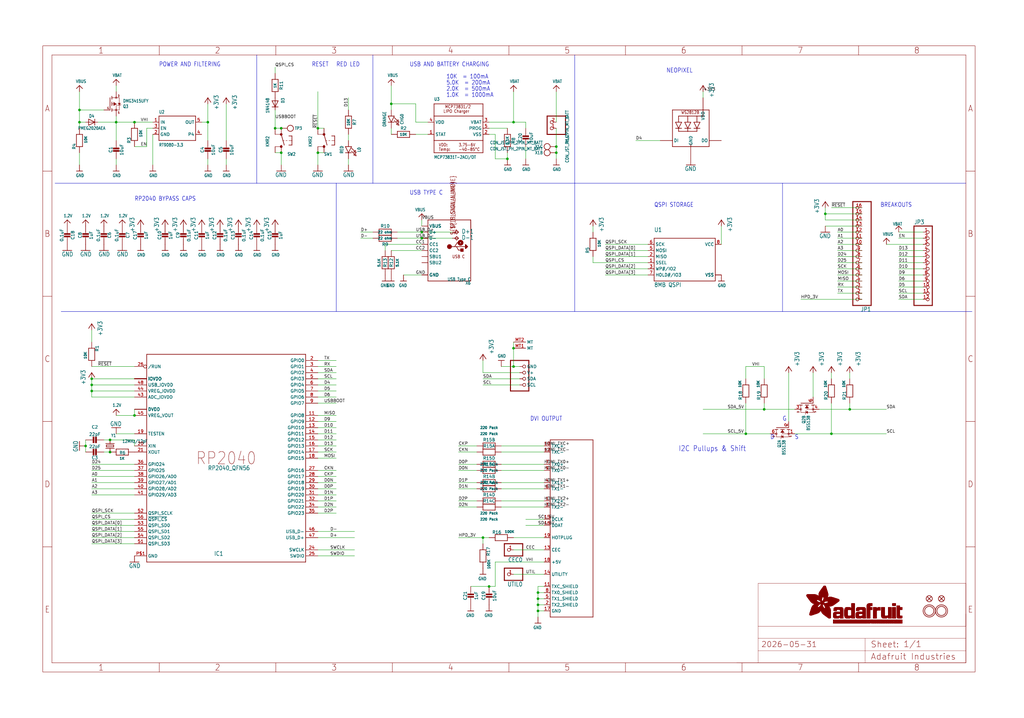
<source format=kicad_sch>
(kicad_sch (version 20230121) (generator eeschema)
  (paper "User" 425.45 298.602)
  (lib_symbols
    (symbol "working-eagle-import:+3V3" (power)
      (property "Value" "+3V3" (at -2.54 -5.08 90))
      (symbol "+3V3_1_0"
        (pin power_in line (at 0 -2.54 90) (length 2.54) (name "+3V3") (number "1"))
      )
    )
    (symbol "working-eagle-import:1.2V" (power)
      (property "Value" "1.2V" (at -1.524 1.016 0))
      (symbol "1.2V_1_0"
        (pin power_in line (at 0 -2.54 90) (length 2.54) (name "1.2V") (number "1"))
      )
    )
    (symbol "working-eagle-import:CAP_CERAMIC0805-NOOUTLINE"
      (property "Reference" "C" (at -2.29 1.25 90))
      (symbol "CAP_CERAMIC0805-NOOUTLINE_1_0"
        (pin passive line (at 0 5.08 270) (length 2.54) (name "1") (number "1"))
        (pin passive line (at 0 -2.54 90) (length 2.54) (name "2") (number "2"))
      )
    )
    (symbol "working-eagle-import:CAP_CERAMIC_0402NO"
      (property "Reference" "C" (at -2.29 1.25 90))
      (symbol "CAP_CERAMIC_0402NO_1_0"
        (pin passive line (at 0 5.08 270) (length 2.54) (name "1") (number "1"))
        (pin passive line (at 0 -2.54 90) (length 2.54) (name "2") (number "2"))
      )
    )
    (symbol "working-eagle-import:CON_JST_PH_2PIN_MT_BATT"
      (property "Reference" "X" (at 0 5.588 90))
      (symbol "CON_JST_PH_2PIN_MT_BATT_1_0"
        (pin passive inverted (at -2.54 2.54 0) (length 2.54) (name "1") (number "1"))
        (pin passive inverted (at -2.54 0 0) (length 2.54) (name "2") (number "2"))
      )
      (symbol "CON_JST_PH_2PIN_MT_BATT_2_0"
        (pin bidirectional line (at 0 0 90) (length 2.54) (name "P$1") (number "NC2"))
      )
      (symbol "CON_JST_PH_2PIN_MT_BATT_3_0"
        (pin bidirectional line (at 0 0 90) (length 2.54) (name "P$1") (number "NC1"))
      )
    )
    (symbol "working-eagle-import:CRYSTAL2.5X2.0"
      (property "Reference" "Y" (at -2.54 2.54 0))
      (symbol "CRYSTAL2.5X2.0_1_0"
        (pin passive line (at -2.54 0 0) (length 0) (name "1") (number "1"))
        (pin passive line (at 2.54 0 180) (length 0) (name "2") (number "3"))
      )
    )
    (symbol "working-eagle-import:DIODESOD-323F"
      (property "Reference" "D" (at -2.54 2.54 0))
      (symbol "DIODESOD-323F_1_0"
        (pin passive line (at -2.54 0 0) (length 2.54) (name "A") (number "A"))
        (pin passive line (at 2.54 0 180) (length 2.54) (name "C") (number "C"))
      )
    )
    (symbol "working-eagle-import:FIDUCIAL_1MM")
    (symbol "working-eagle-import:FRAME_A3_ADAFRUIT"
      (symbol "FRAME_A3_ADAFRUIT_1_0"
        (text "${#}/${##}" (at 357.505 10.16 0) (effects (font (size 2.54 2.54)) (justify left bottom)))
        (text "${CURRENT_DATE}" (at 298.45 10.16 0) (effects (font (size 2.286 2.286)) (justify left bottom)))
        (text "${PROJECTNAME}" (at 298.45 15.24 0) (effects (font (size 2.54 2.54)) (justify left bottom)))
        (text "1" (at 24.2094 1.905 0) (effects (font (size 2.54 2.286))))
        (text "1" (at 24.2094 258.445 0) (effects (font (size 2.54 2.286))))
        (text "2" (at 72.6281 1.905 0) (effects (font (size 2.54 2.286))))
        (text "2" (at 72.6281 258.445 0) (effects (font (size 2.54 2.286))))
        (text "3" (at 121.0469 1.905 0) (effects (font (size 2.54 2.286))))
        (text "3" (at 121.0469 258.445 0) (effects (font (size 2.54 2.286))))
        (text "4" (at 169.4656 1.905 0) (effects (font (size 2.54 2.286))))
        (text "4" (at 169.4656 258.445 0) (effects (font (size 2.54 2.286))))
        (text "5" (at 217.8844 1.905 0) (effects (font (size 2.54 2.286))))
        (text "5" (at 217.8844 258.445 0) (effects (font (size 2.54 2.286))))
        (text "6" (at 266.3031 1.905 0) (effects (font (size 2.54 2.286))))
        (text "6" (at 266.3031 258.445 0) (effects (font (size 2.54 2.286))))
        (text "7" (at 314.7219 1.905 0) (effects (font (size 2.54 2.286))))
        (text "7" (at 314.7219 258.445 0) (effects (font (size 2.54 2.286))))
        (text "8" (at 363.1406 1.905 0) (effects (font (size 2.54 2.286))))
        (text "8" (at 363.1406 258.445 0) (effects (font (size 2.54 2.286))))
        (text "A" (at 1.905 234.315 0) (effects (font (size 2.54 2.286))))
        (text "A" (at 385.445 234.315 0) (effects (font (size 2.54 2.286))))
        (text "Adafruit Industries" (at 343.916 4.953 0) (effects (font (size 2.54 2.54)) (justify left bottom)))
        (text "B" (at 1.905 182.245 0) (effects (font (size 2.54 2.286))))
        (text "B" (at 385.445 182.245 0) (effects (font (size 2.54 2.286))))
        (text "C" (at 1.905 130.175 0) (effects (font (size 2.54 2.286))))
        (text "C" (at 385.445 130.175 0) (effects (font (size 2.54 2.286))))
        (text "D" (at 1.905 78.105 0) (effects (font (size 2.54 2.286))))
        (text "D" (at 385.445 78.105 0) (effects (font (size 2.54 2.286))))
        (text "E" (at 1.905 26.035 0) (effects (font (size 2.54 2.286))))
        (text "E" (at 385.445 26.035 0) (effects (font (size 2.54 2.286))))
        (text "Sheet:" (at 343.916 10.033 0) (effects (font (size 2.54 2.54)) (justify left bottom)))
      )
    )
    (symbol "working-eagle-import:GND" (power)
      (property "Value" "GND" (at -1.524 -2.54 0))
      (symbol "GND_1_0"
        (pin power_in line (at 0 2.54 270) (length 2.54) (name "GND") (number "1"))
      )
    )
    (symbol "working-eagle-import:HDMI_MOLEX_47151"
      (symbol "HDMI_MOLEX_47151_1_0"
        (pin bidirectional line (at -12.7 10.16 0) (length 2.54) (name "TX2+") (number "1"))
        (pin bidirectional line (at -12.7 33.02 0) (length 2.54) (name "TXC+") (number "10"))
        (pin power_in line (at -12.7 -25.4 0) (length 2.54) (name "TXC_SHIELD") (number "11"))
        (pin bidirectional line (at -12.7 30.48 0) (length 2.54) (name "TXC-") (number "12"))
        (pin bidirectional line (at -12.7 -10.16 0) (length 2.54) (name "CEC") (number "13"))
        (pin bidirectional line (at -12.7 -20.32 0) (length 2.54) (name "UTILITY") (number "14"))
        (pin bidirectional line (at -12.7 2.54 0) (length 2.54) (name "DCLK") (number "15"))
        (pin bidirectional line (at -12.7 0 0) (length 2.54) (name "DDAT") (number "16"))
        (pin power_in line (at -12.7 -35.56 0) (length 2.54) (name "GND") (number "17"))
        (pin power_in line (at -12.7 -15.24 0) (length 2.54) (name "+5V") (number "18"))
        (pin bidirectional line (at -12.7 -5.08 0) (length 2.54) (name "HOTPLUG") (number "19"))
        (pin power_in line (at -12.7 -33.02 0) (length 2.54) (name "TX2_SHIELD") (number "2"))
        (pin bidirectional line (at -12.7 7.62 0) (length 2.54) (name "TX2-") (number "3"))
        (pin bidirectional line (at -12.7 17.78 0) (length 2.54) (name "TX1+") (number "4"))
        (pin power_in line (at -12.7 -30.48 0) (length 2.54) (name "TX1_SHIELD") (number "5"))
        (pin bidirectional line (at -12.7 15.24 0) (length 2.54) (name "TX1-") (number "6"))
        (pin bidirectional line (at -12.7 25.4 0) (length 2.54) (name "TX0+") (number "7"))
        (pin power_in line (at -12.7 -27.94 0) (length 2.54) (name "TX0_SHIELD") (number "8"))
        (pin bidirectional line (at -12.7 22.86 0) (length 2.54) (name "TX0-") (number "9"))
      )
      (symbol "HDMI_MOLEX_47151_2_0"
        (pin power_in line (at -7.62 2.54 90) (length 5.08) (name "GND@1") (number "P$1"))
        (pin power_in line (at -5.08 2.54 90) (length 5.08) (name "GND@2") (number "P$2"))
        (pin power_in line (at -2.54 2.54 90) (length 5.08) (name "GND@3") (number "P$3"))
        (pin power_in line (at 0 2.54 90) (length 5.08) (name "GND@4") (number "P$4"))
      )
    )
    (symbol "working-eagle-import:HEADER-1X12"
      (property "Reference" "JP" (at -6.35 18.415 0))
      (symbol "HEADER-1X12_1_0"
        (pin passive inverted (at -2.54 15.24 0) (length 2.54) (name "1") (number "1"))
        (pin passive inverted (at -2.54 -7.62 0) (length 2.54) (name "10") (number "10"))
        (pin passive inverted (at -2.54 -10.16 0) (length 2.54) (name "11") (number "11"))
        (pin passive inverted (at -2.54 -12.7 0) (length 2.54) (name "12") (number "12"))
        (pin passive inverted (at -2.54 12.7 0) (length 2.54) (name "2") (number "2"))
        (pin passive inverted (at -2.54 10.16 0) (length 2.54) (name "3") (number "3"))
        (pin passive inverted (at -2.54 7.62 0) (length 2.54) (name "4") (number "4"))
        (pin passive inverted (at -2.54 5.08 0) (length 2.54) (name "5") (number "5"))
        (pin passive inverted (at -2.54 2.54 0) (length 2.54) (name "6") (number "6"))
        (pin passive inverted (at -2.54 0 0) (length 2.54) (name "7") (number "7"))
        (pin passive inverted (at -2.54 -2.54 0) (length 2.54) (name "8") (number "8"))
        (pin passive inverted (at -2.54 -5.08 0) (length 2.54) (name "9") (number "9"))
      )
    )
    (symbol "working-eagle-import:HEADER-1X16ROUND"
      (property "Reference" "JP" (at -6.35 20.955 0))
      (symbol "HEADER-1X16ROUND_1_0"
        (pin passive inverted (at -2.54 17.78 0) (length 2.54) (name "1") (number "1"))
        (pin passive inverted (at -2.54 -5.08 0) (length 2.54) (name "10") (number "10"))
        (pin passive inverted (at -2.54 -7.62 0) (length 2.54) (name "11") (number "11"))
        (pin passive inverted (at -2.54 -10.16 0) (length 2.54) (name "12") (number "12"))
        (pin passive inverted (at -2.54 -12.7 0) (length 2.54) (name "13") (number "13"))
        (pin passive inverted (at -2.54 -15.24 0) (length 2.54) (name "14") (number "14"))
        (pin passive inverted (at -2.54 -17.78 0) (length 2.54) (name "15") (number "15"))
        (pin passive inverted (at -2.54 -20.32 0) (length 2.54) (name "16") (number "16"))
        (pin passive inverted (at -2.54 15.24 0) (length 2.54) (name "2") (number "2"))
        (pin passive inverted (at -2.54 12.7 0) (length 2.54) (name "3") (number "3"))
        (pin passive inverted (at -2.54 10.16 0) (length 2.54) (name "4") (number "4"))
        (pin passive inverted (at -2.54 7.62 0) (length 2.54) (name "5") (number "5"))
        (pin passive inverted (at -2.54 5.08 0) (length 2.54) (name "6") (number "6"))
        (pin passive inverted (at -2.54 2.54 0) (length 2.54) (name "7") (number "7"))
        (pin passive inverted (at -2.54 0 0) (length 2.54) (name "8") (number "8"))
        (pin passive inverted (at -2.54 -2.54 0) (length 2.54) (name "9") (number "9"))
      )
    )
    (symbol "working-eagle-import:HEADER-1X1ROUND"
      (property "Reference" "JP" (at -6.35 3.175 0))
      (symbol "HEADER-1X1ROUND_1_0"
        (pin passive inverted (at -2.54 0 0) (length 2.54) (name "1") (number "1"))
      )
    )
    (symbol "working-eagle-import:LED0603_NOOUTLINE"
      (property "Reference" "D" (at -1.27 4.445 0))
      (symbol "LED0603_NOOUTLINE_1_0"
        (pin passive line (at -5.08 0 0) (length 2.54) (name "A") (number "A"))
        (pin passive line (at 2.54 0 180) (length 2.54) (name "C") (number "C"))
      )
    )
    (symbol "working-eagle-import:MCP73831/2"
      (property "Reference" "U" (at -10.16 11.43 0))
      (symbol "MCP73831/2_1_0"
        (text "-40-85°C" (at 0 -9.525 0) (effects (font (size 1.27 1.0795)) (justify left bottom)))
        (text "3.75-6V" (at 0 -7.62 0) (effects (font (size 1.27 1.0795)) (justify left bottom)))
        (text "LIPO Charger" (at -6.35 6.35 0) (effects (font (size 1.27 1.0795)) (justify left bottom)))
        (text "MCP73831/2" (at -5.715 8.255 0) (effects (font (size 1.27 1.0795)) (justify left bottom)))
        (text "Temp:" (at -8.255 -9.525 0) (effects (font (size 1.27 1.0795)) (justify left bottom)))
        (text "VDD:" (at -8.255 -7.62 0) (effects (font (size 1.27 1.0795)) (justify left bottom)))
        (pin output line (at -12.7 -2.54 0) (length 2.54) (name "STAT") (number "1"))
        (pin power_in line (at 12.7 -2.54 180) (length 2.54) (name "VSS") (number "2"))
        (pin power_in line (at 12.7 2.54 180) (length 2.54) (name "VBAT") (number "3"))
        (pin power_in line (at -12.7 2.54 0) (length 2.54) (name "VDD") (number "4"))
        (pin input line (at 12.7 0 180) (length 2.54) (name "PROG") (number "5"))
      )
    )
    (symbol "working-eagle-import:MOSFET-N_DUAL"
      (property "Reference" "Q" (at 5.08 0.635 0))
      (symbol "MOSFET-N_DUAL_1_0"
        (text "D" (at 3.175 3.175 0) (effects (font (size 0.8128 0.6908)) (justify left bottom)))
        (text "G" (at -1.27 -1.905 0) (effects (font (size 0.8128 0.6908)) (justify left bottom)))
        (text "S" (at 3.175 -3.81 0) (effects (font (size 0.8128 0.6908)) (justify left bottom)))
        (pin bidirectional line (at 2.54 -5.08 90) (length 2.54) (name "S") (number "1"))
        (pin bidirectional line (at -2.54 -2.54 0) (length 2.54) (name "G") (number "2"))
        (pin bidirectional line (at 2.54 5.08 270) (length 2.54) (name "D") (number "6"))
      )
      (symbol "MOSFET-N_DUAL_2_0"
        (text "D" (at 3.175 3.175 0) (effects (font (size 0.8128 0.6908)) (justify left bottom)))
        (text "G" (at -1.27 -1.905 0) (effects (font (size 0.8128 0.6908)) (justify left bottom)))
        (text "S" (at 3.175 -3.81 0) (effects (font (size 0.8128 0.6908)) (justify left bottom)))
        (pin bidirectional line (at 2.54 5.08 270) (length 2.54) (name "D") (number "3"))
        (pin bidirectional line (at 2.54 -5.08 90) (length 2.54) (name "S") (number "4"))
        (pin bidirectional line (at -2.54 -2.54 0) (length 2.54) (name "G") (number "5"))
      )
    )
    (symbol "working-eagle-import:MOSFET-P_DFN2015"
      (property "Reference" "Q" (at 2.794 0.381 0))
      (symbol "MOSFET-P_DFN2015_1_0"
        (text "D" (at 0.635 -3.81 0) (effects (font (size 0.8128 0.6908)) (justify left bottom)))
        (text "G" (at -3.81 1.27 0) (effects (font (size 0.8128 0.6908)) (justify left bottom)))
        (text "S" (at 0.635 3.175 0) (effects (font (size 0.8128 0.6908)) (justify left bottom)))
        (pin passive line (at -5.08 2.54 0) (length 2.54) (name "G") (number "1"))
        (pin passive line (at 0 5.08 270) (length 2.54) (name "S") (number "2"))
        (pin passive line (at 0 -5.08 90) (length 2.54) (name "D") (number "3"))
      )
    )
    (symbol "working-eagle-import:MOUNTINGHOLE2.5")
    (symbol "working-eagle-import:RESISTOR_0402NO"
      (property "Reference" "R" (at 0 2.54 0))
      (symbol "RESISTOR_0402NO_1_0"
        (pin passive line (at -5.08 0 0) (length 2.54) (name "1") (number "1"))
        (pin passive line (at 5.08 0 180) (length 2.54) (name "2") (number "2"))
      )
    )
    (symbol "working-eagle-import:RESISTOR_4PACK"
      (property "Reference" "R" (at 0 2.54 0))
      (symbol "RESISTOR_4PACK_1_0"
        (pin passive line (at -5.08 0 0) (length 2.54) (name "1") (number "1"))
        (pin passive line (at 5.08 0 180) (length 2.54) (name "2") (number "8"))
      )
      (symbol "RESISTOR_4PACK_2_0"
        (pin passive line (at -5.08 0 0) (length 2.54) (name "1") (number "2"))
        (pin passive line (at 5.08 0 180) (length 2.54) (name "2") (number "7"))
      )
      (symbol "RESISTOR_4PACK_3_0"
        (pin passive line (at -5.08 0 0) (length 2.54) (name "1") (number "3"))
        (pin passive line (at 5.08 0 180) (length 2.54) (name "2") (number "6"))
      )
      (symbol "RESISTOR_4PACK_4_0"
        (pin passive line (at -5.08 0 0) (length 2.54) (name "1") (number "4"))
        (pin passive line (at 5.08 0 180) (length 2.54) (name "2") (number "5"))
      )
    )
    (symbol "working-eagle-import:RP2040_QFN56"
      (property "Reference" "IC" (at -5.08 -40.64 0))
      (symbol "RP2040_QFN56_1_0"
        (text "RP2040" (at 0 0 0) (effects (font (size 5.08 4.318))))
        (pin power_in line (at -38.1 33.02 0) (length 5.08) (name "IOVDD") (number "1"))
        (pin power_in line (at -38.1 33.02 0) (length 5.08) (name "IOVDD") (number "10"))
        (pin bidirectional line (at 38.1 17.78 180) (length 5.08) (name "GPIO8") (number "11"))
        (pin bidirectional line (at 38.1 15.24 180) (length 5.08) (name "GPIO9") (number "12"))
        (pin bidirectional line (at 38.1 12.7 180) (length 5.08) (name "GPIO10") (number "13"))
        (pin bidirectional line (at 38.1 10.16 180) (length 5.08) (name "GPIO11") (number "14"))
        (pin bidirectional line (at 38.1 7.62 180) (length 5.08) (name "GPIO12") (number "15"))
        (pin bidirectional line (at 38.1 5.08 180) (length 5.08) (name "GPIO13") (number "16"))
        (pin bidirectional line (at 38.1 2.54 180) (length 5.08) (name "GPIO14") (number "17"))
        (pin bidirectional line (at 38.1 0 180) (length 5.08) (name "GPIO15") (number "18"))
        (pin input line (at -38.1 10.16 0) (length 5.08) (name "TESTEN") (number "19"))
        (pin bidirectional line (at 38.1 40.64 180) (length 5.08) (name "GPIO0") (number "2"))
        (pin input line (at -38.1 5.08 0) (length 5.08) (name "XIN") (number "20"))
        (pin output line (at -38.1 2.54 0) (length 5.08) (name "XOUT") (number "21"))
        (pin power_in line (at -38.1 33.02 0) (length 5.08) (name "IOVDD") (number "22"))
        (pin power_in line (at -38.1 20.32 0) (length 5.08) (name "DVDD") (number "23"))
        (pin bidirectional line (at 38.1 -38.1 180) (length 5.08) (name "SWCLK") (number "24"))
        (pin bidirectional line (at 38.1 -40.64 180) (length 5.08) (name "SWDIO") (number "25"))
        (pin bidirectional inverted (at -38.1 38.1 0) (length 5.08) (name "/RUN") (number "26"))
        (pin bidirectional line (at 38.1 -5.08 180) (length 5.08) (name "GPIO16") (number "27"))
        (pin bidirectional line (at 38.1 -7.62 180) (length 5.08) (name "GPIO17") (number "28"))
        (pin bidirectional line (at 38.1 -10.16 180) (length 5.08) (name "GPIO18") (number "29"))
        (pin bidirectional line (at 38.1 38.1 180) (length 5.08) (name "GPIO1") (number "3"))
        (pin bidirectional line (at 38.1 -12.7 180) (length 5.08) (name "GPIO19") (number "30"))
        (pin bidirectional line (at 38.1 -15.24 180) (length 5.08) (name "GPIO20") (number "31"))
        (pin bidirectional line (at 38.1 -17.78 180) (length 5.08) (name "GPIO21") (number "32"))
        (pin power_in line (at -38.1 33.02 0) (length 5.08) (name "IOVDD") (number "33"))
        (pin bidirectional line (at 38.1 -20.32 180) (length 5.08) (name "GPIO22") (number "34"))
        (pin bidirectional line (at 38.1 -22.86 180) (length 5.08) (name "GPIO23") (number "35"))
        (pin bidirectional line (at -38.1 -2.54 0) (length 5.08) (name "GPIO24") (number "36"))
        (pin bidirectional line (at -38.1 -5.08 0) (length 5.08) (name "GPIO25") (number "37"))
        (pin bidirectional line (at -38.1 -7.62 0) (length 5.08) (name "GPIO26/AD0") (number "38"))
        (pin bidirectional line (at -38.1 -10.16 0) (length 5.08) (name "GPIO27/AD1") (number "39"))
        (pin bidirectional line (at 38.1 35.56 180) (length 5.08) (name "GPIO2") (number "4"))
        (pin bidirectional line (at -38.1 -12.7 0) (length 5.08) (name "GPIO28/AD2") (number "40"))
        (pin bidirectional line (at -38.1 -15.24 0) (length 5.08) (name "GPIO29/AD3") (number "41"))
        (pin power_in line (at -38.1 33.02 0) (length 5.08) (name "IOVDD") (number "42"))
        (pin power_in line (at -38.1 25.4 0) (length 5.08) (name "ADC_IOVDD") (number "43"))
        (pin power_in line (at -38.1 27.94 0) (length 5.08) (name "VREG_IOVDD") (number "44"))
        (pin power_in line (at -38.1 17.78 0) (length 5.08) (name "VREG_VOUT") (number "45"))
        (pin bidirectional line (at 38.1 -30.48 180) (length 5.08) (name "USB_D-") (number "46"))
        (pin bidirectional line (at 38.1 -33.02 180) (length 5.08) (name "USB_D+") (number "47"))
        (pin power_in line (at -38.1 30.48 0) (length 5.08) (name "USB_IOVDD") (number "48"))
        (pin power_in line (at -38.1 33.02 0) (length 5.08) (name "IOVDD") (number "49"))
        (pin bidirectional line (at 38.1 33.02 180) (length 5.08) (name "GPIO3") (number "5"))
        (pin power_in line (at -38.1 20.32 0) (length 5.08) (name "DVDD") (number "50"))
        (pin bidirectional line (at -38.1 -35.56 0) (length 5.08) (name "QSPI_SD3") (number "51"))
        (pin bidirectional line (at -38.1 -22.86 0) (length 5.08) (name "QSPI_SCLK") (number "52"))
        (pin bidirectional line (at -38.1 -27.94 0) (length 5.08) (name "QSPI_SD0") (number "53"))
        (pin bidirectional line (at -38.1 -33.02 0) (length 5.08) (name "QSPI_SD2") (number "54"))
        (pin bidirectional line (at -38.1 -30.48 0) (length 5.08) (name "QSPI_SD1") (number "55"))
        (pin bidirectional line (at -38.1 -25.4 0) (length 5.08) (name "~{QSPI_CS}") (number "56"))
        (pin bidirectional line (at 38.1 30.48 180) (length 5.08) (name "GPIO4") (number "6"))
        (pin bidirectional line (at 38.1 27.94 180) (length 5.08) (name "GPIO5") (number "7"))
        (pin bidirectional line (at 38.1 25.4 180) (length 5.08) (name "GPIO6") (number "8"))
        (pin bidirectional line (at 38.1 22.86 180) (length 5.08) (name "GPIO7") (number "9"))
        (pin power_in line (at -38.1 -40.64 0) (length 5.08) (name "GND") (number "P$1"))
      )
    )
    (symbol "working-eagle-import:SPIFLASH_8PIN_4X4"
      (property "Reference" "U" (at -12.7 12.7 0))
      (symbol "SPIFLASH_8PIN_4X4_1_0"
        (pin bidirectional line (at -15.24 0 0) (length 2.54) (name "SSEL") (number "1"))
        (pin bidirectional line (at -15.24 2.54 0) (length 2.54) (name "MISO") (number "2"))
        (pin bidirectional line (at -15.24 -2.54 0) (length 2.54) (name "WP#/IO2") (number "3"))
        (pin bidirectional line (at 15.24 -5.08 180) (length 2.54) (name "VSS") (number "4"))
        (pin bidirectional line (at -15.24 5.08 0) (length 2.54) (name "MOSI") (number "5"))
        (pin bidirectional line (at -15.24 7.62 0) (length 2.54) (name "SCK") (number "6"))
        (pin bidirectional line (at -15.24 -5.08 0) (length 2.54) (name "HOLD#/IO3") (number "7"))
        (pin bidirectional line (at 15.24 7.62 180) (length 2.54) (name "VCC") (number "8"))
        (pin bidirectional line (at 15.24 -5.08 180) (length 2.54) (name "VSS") (number "PAD"))
      )
    )
    (symbol "working-eagle-import:STEMMA_I2C_QTRA"
      (symbol "STEMMA_I2C_QTRA_1_0"
        (pin passive inverted (at 0 5.08 0) (length 2.54) (name "GND") (number "1"))
        (pin passive inverted (at 0 2.54 0) (length 2.54) (name "V+") (number "2"))
        (pin passive inverted (at 0 0 0) (length 2.54) (name "SDA") (number "3"))
        (pin passive inverted (at 0 -2.54 0) (length 2.54) (name "SCL") (number "4"))
      )
      (symbol "STEMMA_I2C_QTRA_2_0"
        (pin bidirectional line (at 0 0 0) (length 5.08) (name "MT") (number "MT1"))
      )
      (symbol "STEMMA_I2C_QTRA_3_0"
        (pin bidirectional line (at 0 0 0) (length 5.08) (name "MT") (number "MT2"))
      )
    )
    (symbol "working-eagle-import:SWITCH_TACT_SMT_RKB2"
      (property "Reference" "SW" (at -2.54 6.35 0))
      (symbol "SWITCH_TACT_SMT_RKB2_1_0"
        (pin passive line (at -5.08 0 0) (length 2.54) (name "P") (number "A"))
        (pin passive line (at -5.08 -2.54 0) (length 2.54) (name "P1") (number "A'"))
        (pin passive line (at 5.08 0 180) (length 2.54) (name "S") (number "B"))
        (pin passive line (at 5.08 -2.54 180) (length 2.54) (name "S1") (number "B'"))
      )
    )
    (symbol "working-eagle-import:TESTPOINTROUND1.5MMNO"
      (property "Reference" "TP" (at 0 5.588 90))
      (symbol "TESTPOINTROUND1.5MMNO_1_0"
        (pin bidirectional line (at 0 0 90) (length 2.54) (name "P$1") (number "P$1"))
      )
    )
    (symbol "working-eagle-import:TPB1,27"
      (property "Reference" "TP" (at -1.27 1.27 0))
      (symbol "TPB1,27_1_0"
        (text "${TP_SIGNAL_NAME}" (at 1.27 -1.27 0) (effects (font (size 1.778 1.5113)) (justify left bottom)))
        (pin input line (at 0 -2.54 90) (length 2.54) (name "TP") (number "TP"))
      )
    )
    (symbol "working-eagle-import:USB_C"
      (property "Reference" "X" (at -10.16 13.716 0))
      (symbol "USB_C_1_0"
        (text "USB C" (at -5.08 -2.54 0) (effects (font (size 1.27 1.0795))))
        (pin power_in line (at 10.16 -10.16 180) (length 2.54) (name "GND") (number "A1B12"))
        (pin power_in line (at 10.16 10.16 180) (length 2.54) (name "VBUS") (number "A4B9"))
        (pin bidirectional line (at 10.16 2.54 180) (length 2.54) (name "CC1") (number "A5"))
        (pin bidirectional line (at 10.16 7.62 180) (length 2.54) (name "D+") (number "A6"))
        (pin bidirectional line (at 10.16 5.08 180) (length 2.54) (name "D-") (number "A7"))
        (pin bidirectional line (at 10.16 -2.54 180) (length 2.54) (name "SBU1") (number "A8"))
        (pin power_in line (at 10.16 -10.16 180) (length 2.54) (name "GND") (number "B1A12"))
        (pin power_in line (at 10.16 10.16 180) (length 2.54) (name "VBUS") (number "B4A9"))
        (pin bidirectional line (at 10.16 0 180) (length 2.54) (name "CC2") (number "B5"))
        (pin bidirectional line (at 10.16 7.62 180) (length 2.54) (name "D+") (number "B6"))
        (pin bidirectional line (at 10.16 5.08 180) (length 2.54) (name "D-") (number "B7"))
        (pin bidirectional line (at 10.16 -5.08 180) (length 2.54) (name "SBU2") (number "B8"))
      )
    )
    (symbol "working-eagle-import:VBAT" (power)
      (property "Value" "VBAT" (at -1.524 1.016 0))
      (symbol "VBAT_1_0"
        (pin power_in line (at 0 -2.54 90) (length 2.54) (name "VBAT") (number "1"))
      )
    )
    (symbol "working-eagle-import:VBUS" (power)
      (property "Value" "VBUS" (at -1.524 1.016 0))
      (symbol "VBUS_1_0"
        (pin power_in line (at 0 -2.54 90) (length 2.54) (name "VBUS") (number "1"))
      )
    )
    (symbol "working-eagle-import:VREG_SOT23-5"
      (property "Reference" "U" (at -7.62 6.096 0))
      (symbol "VREG_SOT23-5_1_0"
        (pin power_in line (at -10.16 2.54 0) (length 2.54) (name "IN") (number "1"))
        (pin power_in line (at -10.16 -2.54 0) (length 2.54) (name "GND") (number "2"))
        (pin input line (at -10.16 0 0) (length 2.54) (name "EN") (number "3"))
        (pin bidirectional line (at 10.16 -2.54 180) (length 2.54) (name "P4") (number "4"))
        (pin power_in line (at 10.16 2.54 180) (length 2.54) (name "OUT") (number "5"))
      )
    )
    (symbol "working-eagle-import:WS2812B_SK6805_1515"
      (symbol "WS2812B_SK6805_1515_1_0"
        (text "WS2812B" (at -4.064 8.382 0) (effects (font (size 1.27 1.0795)) (justify left bottom)))
        (pin input line (at -12.7 -2.54 0) (length 5.08) (name "DI") (number "1"))
        (pin power_in line (at 5.08 15.24 270) (length 5.08) (name "VDD") (number "2"))
        (pin output line (at 12.7 -2.54 180) (length 5.08) (name "DO") (number "3"))
        (pin power_in line (at 0 -10.16 90) (length 5.08) (name "GND") (number "4"))
      )
    )
    (symbol "working-eagle-import:supply1_GND" (power)
      (property "Value" "supply1_GND" (at -2.54 -2.54 0))
      (symbol "supply1_GND_1_0"
        (pin power_in line (at 0 2.54 270) (length 2.54) (name "GND") (number "1"))
      )
    )
  )
  (junction (at 213.36 144.78))
  (junction (at 231.14 63.5))
  (junction (at 45.72 187.96))
  (junction (at 86.36 50.8))
  (junction (at 353.06 170.18))
  (junction (at 223.52 246.38))
  (junction (at 38.1 162.56))
  (junction (at 342.9 88.9))
  (junction (at 55.88 172.72))
  (junction (at 200.66 223.52))
  (junction (at 33.02 50.8))
  (junction (at 132.08 53.34))
  (junction (at 33.02 45.72))
  (junction (at 223.52 254))
  (junction (at 345.44 180.34))
  (junction (at 175.26 96.52))
  (junction (at 231.14 60.96))
  (junction (at 309.88 180.34))
  (junction (at 213.36 152.4))
  (junction (at 114.3 53.34))
  (junction (at 116.84 53.34))
  (junction (at 45.72 182.88))
  (junction (at 162.56 43.18))
  (junction (at 223.52 251.46))
  (junction (at 48.26 50.8))
  (junction (at 55.88 50.8))
  (junction (at 203.2 243.84))
  (junction (at 38.1 157.48))
  (junction (at 213.36 50.8))
  (junction (at 175.26 99.06))
  (junction (at 223.52 248.92))
  (junction (at 317.5 170.18))
  (junction (at 210.82 66.04))
  (junction (at 38.1 160.02))
  (junction (at 116.84 63.5))
  (junction (at 35.56 185.42))
  (junction (at 132.08 63.5))
  (wire (pts (xy 55.88 203.2) (xy 38.1 203.2)) (stroke (width 0.1524)))
  (wire (pts (xy 203.2 243.84) (xy 205.74 243.84)) (stroke (width 0.1524)))
  (wire (pts (xy 139.7 203.2) (xy 132.08 203.2)) (stroke (width 0.1524)))
  (wire (pts (xy 231.14 66.04) (xy 231.14 63.5)) (stroke (width 0.1524)))
  (wire (pts (xy 373.38 111.76) (xy 383.54 111.76)) (stroke (width 0.1524)))
  (wire (pts (xy 55.88 198.12) (xy 38.1 198.12)) (stroke (width 0.1524)))
  (wire (pts (xy 231.14 60.96) (xy 231.14 53.34)) (stroke (width 0.1524)))
  (wire (pts (xy 38.1 193.04) (xy 55.88 193.04)) (stroke (width 0.1524)))
  (wire (pts (xy 358.14 114.3) (xy 347.98 114.3)) (stroke (width 0.1524)))
  (wire (pts (xy 147.32 228.6) (xy 132.08 228.6)) (stroke (width 0.1524)))
  (wire (pts (xy 373.38 124.46) (xy 383.54 124.46)) (stroke (width 0.1524)))
  (wire (pts (xy 55.88 162.56) (xy 38.1 162.56)) (stroke (width 0.1524)))
  (wire (pts (xy 162.56 53.34) (xy 162.56 55.88)) (stroke (width 0.1524)))
  (wire (pts (xy 55.88 195.58) (xy 38.1 195.58)) (stroke (width 0.1524)))
  (wire (pts (xy 116.84 53.34) (xy 114.3 53.34)) (stroke (width 0.1524)))
  (wire (pts (xy 347.98 99.06) (xy 358.14 99.06)) (stroke (width 0.1524)))
  (wire (pts (xy 132.08 200.66) (xy 139.7 200.66)) (stroke (width 0.1524)))
  (wire (pts (xy 347.98 109.22) (xy 358.14 109.22)) (stroke (width 0.1524)))
  (wire (pts (xy 132.08 185.42) (xy 139.7 185.42)) (stroke (width 0.1524)))
  (wire (pts (xy 190.5 223.52) (xy 200.66 223.52)) (stroke (width 0.1524)))
  (wire (pts (xy 55.88 165.1) (xy 38.1 165.1)) (stroke (width 0.1524)))
  (wire (pts (xy 132.08 165.1) (xy 139.7 165.1)) (stroke (width 0.1524)))
  (wire (pts (xy 38.1 218.44) (xy 55.88 218.44)) (stroke (width 0.1524)))
  (wire (pts (xy 213.36 152.4) (xy 208.28 152.4)) (stroke (width 0.1524)))
  (wire (pts (xy 383.54 101.6) (xy 368.3 101.6)) (stroke (width 0.1524)))
  (wire (pts (xy 205.74 243.84) (xy 205.74 233.68)) (stroke (width 0.1524)))
  (wire (pts (xy 38.1 205.74) (xy 55.88 205.74)) (stroke (width 0.1524)))
  (wire (pts (xy 213.36 50.8) (xy 203.2 50.8)) (stroke (width 0.1524)))
  (wire (pts (xy 226.06 193.04) (xy 208.28 193.04)) (stroke (width 0.1524)))
  (wire (pts (xy 38.1 223.52) (xy 55.88 223.52)) (stroke (width 0.1524)))
  (wire (pts (xy 226.06 210.82) (xy 208.28 210.82)) (stroke (width 0.1524)))
  (wire (pts (xy 55.88 60.96) (xy 60.96 60.96)) (stroke (width 0.1524)))
  (wire (pts (xy 223.52 246.38) (xy 223.52 248.92)) (stroke (width 0.1524)))
  (wire (pts (xy 195.58 243.84) (xy 203.2 243.84)) (stroke (width 0.1524)))
  (wire (pts (xy 226.06 200.66) (xy 208.28 200.66)) (stroke (width 0.1524)))
  (wire (pts (xy 144.78 45.72) (xy 144.78 40.64)) (stroke (width 0.1524)))
  (wire (pts (xy 93.98 66.04) (xy 93.98 68.58)) (stroke (width 0.1524)))
  (polyline (pts (xy 154.94 76.2) (xy 139.7 76.2)) (stroke (width 0.1524) (type solid)))
  (wire (pts (xy 48.26 66.04) (xy 48.26 68.58)) (stroke (width 0.1524)))
  (wire (pts (xy 162.56 43.18) (xy 172.72 43.18)) (stroke (width 0.1524)))
  (wire (pts (xy 63.5 50.8) (xy 55.88 50.8)) (stroke (width 0.1524)))
  (wire (pts (xy 190.5 187.96) (xy 198.12 187.96)) (stroke (width 0.1524)))
  (wire (pts (xy 226.06 203.2) (xy 208.28 203.2)) (stroke (width 0.1524)))
  (wire (pts (xy 55.88 180.34) (xy 48.26 180.34)) (stroke (width 0.1524)))
  (wire (pts (xy 139.7 213.36) (xy 132.08 213.36)) (stroke (width 0.1524)))
  (polyline (pts (xy 238.76 76.2) (xy 154.94 76.2)) (stroke (width 0.1524) (type solid)))
  (wire (pts (xy 373.38 106.68) (xy 383.54 106.68)) (stroke (width 0.1524)))
  (wire (pts (xy 223.52 243.84) (xy 223.52 246.38)) (stroke (width 0.1524)))
  (wire (pts (xy 226.06 254) (xy 223.52 254)) (stroke (width 0.1524)))
  (wire (pts (xy 337.82 165.1) (xy 337.82 154.94)) (stroke (width 0.1524)))
  (wire (pts (xy 132.08 187.96) (xy 139.7 187.96)) (stroke (width 0.1524)))
  (wire (pts (xy 38.1 160.02) (xy 38.1 157.48)) (stroke (width 0.1524)))
  (wire (pts (xy 358.14 93.98) (xy 342.9 93.98)) (stroke (width 0.1524)))
  (wire (pts (xy 48.26 50.8) (xy 48.26 58.42)) (stroke (width 0.1524)))
  (wire (pts (xy 251.46 114.3) (xy 269.24 114.3)) (stroke (width 0.1524)))
  (polyline (pts (xy 238.76 129.54) (xy 238.76 76.2)) (stroke (width 0.1524) (type solid)))
  (wire (pts (xy 45.72 182.88) (xy 43.18 182.88)) (stroke (width 0.1524)))
  (wire (pts (xy 317.5 152.4) (xy 309.88 152.4)) (stroke (width 0.1524)))
  (wire (pts (xy 114.3 30.48) (xy 114.3 27.94)) (stroke (width 0.1524)))
  (wire (pts (xy 200.66 154.94) (xy 200.66 149.86)) (stroke (width 0.1524)))
  (wire (pts (xy 317.5 167.64) (xy 317.5 170.18)) (stroke (width 0.1524)))
  (wire (pts (xy 175.26 101.6) (xy 160.02 101.6)) (stroke (width 0.1524)))
  (wire (pts (xy 213.36 144.78) (xy 213.36 142.24)) (stroke (width 0.1524)))
  (wire (pts (xy 309.88 167.64) (xy 309.88 180.34)) (stroke (width 0.1524)))
  (wire (pts (xy 86.36 66.04) (xy 86.36 68.58)) (stroke (width 0.1524)))
  (wire (pts (xy 33.02 45.72) (xy 33.02 38.1)) (stroke (width 0.1524)))
  (wire (pts (xy 317.5 157.48) (xy 317.5 152.4)) (stroke (width 0.1524)))
  (wire (pts (xy 340.36 170.18) (xy 353.06 170.18)) (stroke (width 0.1524)))
  (wire (pts (xy 45.72 182.88) (xy 55.88 182.88)) (stroke (width 0.1524)))
  (wire (pts (xy 114.3 53.34) (xy 114.3 45.72)) (stroke (width 0.1524)))
  (wire (pts (xy 347.98 121.92) (xy 358.14 121.92)) (stroke (width 0.1524)))
  (wire (pts (xy 55.88 50.8) (xy 48.26 50.8)) (stroke (width 0.1524)))
  (polyline (pts (xy 25.4 129.54) (xy 238.76 129.54)) (stroke (width 0.1524) (type solid)))
  (wire (pts (xy 114.3 63.5) (xy 116.84 63.5)) (stroke (width 0.1524)))
  (wire (pts (xy 358.14 96.52) (xy 347.98 96.52)) (stroke (width 0.1524)))
  (wire (pts (xy 358.14 91.44) (xy 342.9 91.44)) (stroke (width 0.1524)))
  (wire (pts (xy 33.02 50.8) (xy 33.02 45.72)) (stroke (width 0.1524)))
  (wire (pts (xy 309.88 152.4) (xy 309.88 157.48)) (stroke (width 0.1524)))
  (wire (pts (xy 223.52 254) (xy 223.52 256.54)) (stroke (width 0.1524)))
  (wire (pts (xy 320.04 180.34) (xy 309.88 180.34)) (stroke (width 0.1524)))
  (wire (pts (xy 132.08 167.64) (xy 139.7 167.64)) (stroke (width 0.1524)))
  (wire (pts (xy 373.38 99.06) (xy 383.54 99.06)) (stroke (width 0.1524)))
  (wire (pts (xy 35.56 50.8) (xy 33.02 50.8)) (stroke (width 0.1524)))
  (wire (pts (xy 251.46 104.14) (xy 269.24 104.14)) (stroke (width 0.1524)))
  (polyline (pts (xy 139.7 76.2) (xy 106.68 76.2)) (stroke (width 0.1524) (type solid)))
  (polyline (pts (xy 325.12 129.54) (xy 403.86 129.54)) (stroke (width 0.1524) (type solid)))
  (wire (pts (xy 373.38 96.52) (xy 383.54 96.52)) (stroke (width 0.1524)))
  (wire (pts (xy 93.98 58.42) (xy 93.98 43.18)) (stroke (width 0.1524)))
  (wire (pts (xy 205.74 66.04) (xy 210.82 66.04)) (stroke (width 0.1524)))
  (wire (pts (xy 345.44 157.48) (xy 345.44 154.94)) (stroke (width 0.1524)))
  (polyline (pts (xy 106.68 76.2) (xy 106.68 22.86)) (stroke (width 0.1524) (type solid)))
  (wire (pts (xy 309.88 180.34) (xy 292.1 180.34)) (stroke (width 0.1524)))
  (wire (pts (xy 383.54 114.3) (xy 373.38 114.3)) (stroke (width 0.1524)))
  (wire (pts (xy 132.08 180.34) (xy 139.7 180.34)) (stroke (width 0.1524)))
  (wire (pts (xy 55.88 215.9) (xy 38.1 215.9)) (stroke (width 0.1524)))
  (wire (pts (xy 246.38 109.22) (xy 269.24 109.22)) (stroke (width 0.1524)))
  (wire (pts (xy 330.2 170.18) (xy 317.5 170.18)) (stroke (width 0.1524)))
  (wire (pts (xy 48.26 35.56) (xy 48.26 38.1)) (stroke (width 0.1524)))
  (wire (pts (xy 132.08 177.8) (xy 139.7 177.8)) (stroke (width 0.1524)))
  (wire (pts (xy 383.54 119.38) (xy 373.38 119.38)) (stroke (width 0.1524)))
  (wire (pts (xy 246.38 106.68) (xy 246.38 109.22)) (stroke (width 0.1524)))
  (wire (pts (xy 358.14 119.38) (xy 347.98 119.38)) (stroke (width 0.1524)))
  (wire (pts (xy 373.38 116.84) (xy 383.54 116.84)) (stroke (width 0.1524)))
  (wire (pts (xy 292.1 40.64) (xy 292.1 38.1)) (stroke (width 0.1524)))
  (wire (pts (xy 83.82 50.8) (xy 86.36 50.8)) (stroke (width 0.1524)))
  (wire (pts (xy 139.7 208.28) (xy 132.08 208.28)) (stroke (width 0.1524)))
  (wire (pts (xy 200.66 223.52) (xy 203.2 223.52)) (stroke (width 0.1524)))
  (wire (pts (xy 132.08 175.26) (xy 139.7 175.26)) (stroke (width 0.1524)))
  (wire (pts (xy 132.08 149.86) (xy 139.7 149.86)) (stroke (width 0.1524)))
  (wire (pts (xy 43.18 187.96) (xy 45.72 187.96)) (stroke (width 0.1524)))
  (wire (pts (xy 347.98 116.84) (xy 358.14 116.84)) (stroke (width 0.1524)))
  (wire (pts (xy 116.84 63.5) (xy 116.84 68.58)) (stroke (width 0.1524)))
  (wire (pts (xy 226.06 195.58) (xy 208.28 195.58)) (stroke (width 0.1524)))
  (wire (pts (xy 40.64 50.8) (xy 48.26 50.8)) (stroke (width 0.1524)))
  (wire (pts (xy 55.88 152.4) (xy 38.1 152.4)) (stroke (width 0.1524)))
  (wire (pts (xy 154.94 96.52) (xy 149.86 96.52)) (stroke (width 0.1524)))
  (wire (pts (xy 226.06 246.38) (xy 223.52 246.38)) (stroke (width 0.1524)))
  (wire (pts (xy 231.14 63.5) (xy 231.14 60.96)) (stroke (width 0.1524)))
  (polyline (pts (xy 22.86 76.2) (xy 106.68 76.2)) (stroke (width 0.1524) (type solid)))
  (wire (pts (xy 134.62 63.5) (xy 132.08 63.5)) (stroke (width 0.1524)))
  (wire (pts (xy 162.56 35.56) (xy 162.56 43.18)) (stroke (width 0.1524)))
  (wire (pts (xy 213.36 38.1) (xy 213.36 50.8)) (stroke (width 0.1524)))
  (wire (pts (xy 215.9 157.48) (xy 200.66 157.48)) (stroke (width 0.1524)))
  (wire (pts (xy 226.06 187.96) (xy 208.28 187.96)) (stroke (width 0.1524)))
  (wire (pts (xy 38.1 220.98) (xy 55.88 220.98)) (stroke (width 0.1524)))
  (wire (pts (xy 132.08 162.56) (xy 139.7 162.56)) (stroke (width 0.1524)))
  (wire (pts (xy 198.12 195.58) (xy 190.5 195.58)) (stroke (width 0.1524)))
  (wire (pts (xy 198.12 185.42) (xy 190.5 185.42)) (stroke (width 0.1524)))
  (wire (pts (xy 246.38 93.98) (xy 246.38 96.52)) (stroke (width 0.1524)))
  (wire (pts (xy 198.12 193.04) (xy 190.5 193.04)) (stroke (width 0.1524)))
  (wire (pts (xy 342.9 86.36) (xy 342.9 88.9)) (stroke (width 0.1524)))
  (wire (pts (xy 165.1 99.06) (xy 175.26 99.06)) (stroke (width 0.1524)))
  (wire (pts (xy 205.74 55.88) (xy 205.74 66.04)) (stroke (width 0.1524)))
  (wire (pts (xy 132.08 205.74) (xy 139.7 205.74)) (stroke (width 0.1524)))
  (wire (pts (xy 218.44 53.34) (xy 218.44 50.8)) (stroke (width 0.1524)))
  (polyline (pts (xy 238.76 129.54) (xy 325.12 129.54)) (stroke (width 0.1524) (type solid)))
  (wire (pts (xy 353.06 167.64) (xy 353.06 170.18)) (stroke (width 0.1524)))
  (wire (pts (xy 383.54 121.92) (xy 373.38 121.92)) (stroke (width 0.1524)))
  (wire (pts (xy 132.08 160.02) (xy 139.7 160.02)) (stroke (width 0.1524)))
  (wire (pts (xy 200.66 223.52) (xy 200.66 226.06)) (stroke (width 0.1524)))
  (wire (pts (xy 347.98 104.14) (xy 358.14 104.14)) (stroke (width 0.1524)))
  (wire (pts (xy 226.06 248.92) (xy 223.52 248.92)) (stroke (width 0.1524)))
  (wire (pts (xy 33.02 53.34) (xy 33.02 50.8)) (stroke (width 0.1524)))
  (wire (pts (xy 38.1 165.1) (xy 38.1 162.56)) (stroke (width 0.1524)))
  (wire (pts (xy 132.08 195.58) (xy 139.7 195.58)) (stroke (width 0.1524)))
  (wire (pts (xy 38.1 226.06) (xy 55.88 226.06)) (stroke (width 0.1524)))
  (wire (pts (xy 172.72 55.88) (xy 177.8 55.88)) (stroke (width 0.1524)))
  (wire (pts (xy 353.06 157.48) (xy 353.06 154.94)) (stroke (width 0.1524)))
  (wire (pts (xy 213.36 228.6) (xy 226.06 228.6)) (stroke (width 0.1524)))
  (wire (pts (xy 358.14 106.68) (xy 347.98 106.68)) (stroke (width 0.1524)))
  (wire (pts (xy 203.2 55.88) (xy 205.74 55.88)) (stroke (width 0.1524)))
  (wire (pts (xy 132.08 68.58) (xy 132.08 63.5)) (stroke (width 0.1524)))
  (wire (pts (xy 132.08 38.1) (xy 132.08 53.34)) (stroke (width 0.1524)))
  (wire (pts (xy 149.86 99.06) (xy 154.94 99.06)) (stroke (width 0.1524)))
  (wire (pts (xy 60.96 53.34) (xy 63.5 53.34)) (stroke (width 0.1524)))
  (wire (pts (xy 327.66 175.26) (xy 327.66 154.94)) (stroke (width 0.1524)))
  (wire (pts (xy 144.78 55.88) (xy 144.78 58.42)) (stroke (width 0.1524)))
  (wire (pts (xy 215.9 152.4) (xy 213.36 152.4)) (stroke (width 0.1524)))
  (wire (pts (xy 226.06 208.28) (xy 208.28 208.28)) (stroke (width 0.1524)))
  (wire (pts (xy 175.26 96.52) (xy 165.1 96.52)) (stroke (width 0.1524)))
  (wire (pts (xy 342.9 91.44) (xy 342.9 88.9)) (stroke (width 0.1524)))
  (wire (pts (xy 218.44 50.8) (xy 213.36 50.8)) (stroke (width 0.1524)))
  (wire (pts (xy 358.14 111.76) (xy 347.98 111.76)) (stroke (width 0.1524)))
  (wire (pts (xy 226.06 185.42) (xy 208.28 185.42)) (stroke (width 0.1524)))
  (wire (pts (xy 35.56 185.42) (xy 35.56 182.88)) (stroke (width 0.1524)))
  (wire (pts (xy 345.44 180.34) (xy 368.3 180.34)) (stroke (width 0.1524)))
  (wire (pts (xy 383.54 104.14) (xy 373.38 104.14)) (stroke (width 0.1524)))
  (wire (pts (xy 43.18 45.72) (xy 33.02 45.72)) (stroke (width 0.1524)))
  (wire (pts (xy 38.1 162.56) (xy 38.1 160.02)) (stroke (width 0.1524)))
  (wire (pts (xy 317.5 170.18) (xy 292.1 170.18)) (stroke (width 0.1524)))
  (wire (pts (xy 175.26 91.44) (xy 175.26 93.98)) (stroke (width 0.1524)))
  (wire (pts (xy 175.26 96.52) (xy 187.96 96.52)) (stroke (width 0.1524)))
  (polyline (pts (xy 139.7 129.54) (xy 139.7 76.2)) (stroke (width 0.1524) (type solid)))
  (wire (pts (xy 299.72 93.98) (xy 299.72 101.6)) (stroke (width 0.1524)))
  (wire (pts (xy 55.88 170.18) (xy 55.88 172.72)) (stroke (width 0.1524)))
  (wire (pts (xy 231.14 38.1) (xy 231.14 50.8)) (stroke (width 0.1524)))
  (wire (pts (xy 226.06 251.46) (xy 223.52 251.46)) (stroke (width 0.1524)))
  (wire (pts (xy 203.2 53.34) (xy 210.82 53.34)) (stroke (width 0.1524)))
  (wire (pts (xy 160.02 101.6) (xy 160.02 104.14)) (stroke (width 0.1524)))
  (wire (pts (xy 132.08 157.48) (xy 139.7 157.48)) (stroke (width 0.1524)))
  (wire (pts (xy 269.24 101.6) (xy 251.46 101.6)) (stroke (width 0.1524)))
  (wire (pts (xy 218.44 60.96) (xy 218.44 66.04)) (stroke (width 0.1524)))
  (wire (pts (xy 132.08 223.52) (xy 147.32 223.52)) (stroke (width 0.1524)))
  (wire (pts (xy 330.2 180.34) (xy 345.44 180.34)) (stroke (width 0.1524)))
  (wire (pts (xy 55.88 213.36) (xy 38.1 213.36)) (stroke (width 0.1524)))
  (wire (pts (xy 226.06 215.9) (xy 218.44 215.9)) (stroke (width 0.1524)))
  (wire (pts (xy 33.02 68.58) (xy 33.02 63.5)) (stroke (width 0.1524)))
  (wire (pts (xy 167.64 114.3) (xy 175.26 114.3)) (stroke (width 0.1524)))
  (wire (pts (xy 358.14 86.36) (xy 345.44 86.36)) (stroke (width 0.1524)))
  (wire (pts (xy 358.14 101.6) (xy 347.98 101.6)) (stroke (width 0.1524)))
  (wire (pts (xy 132.08 172.72) (xy 139.7 172.72)) (stroke (width 0.1524)))
  (polyline (pts (xy 325.12 76.2) (xy 238.76 76.2)) (stroke (width 0.1524) (type solid)))
  (polyline (pts (xy 238.76 76.2) (xy 238.76 22.86)) (stroke (width 0.1524) (type solid)))
  (wire (pts (xy 175.26 104.14) (xy 162.56 104.14)) (stroke (width 0.1524)))
  (wire (pts (xy 358.14 124.46) (xy 332.74 124.46)) (stroke (width 0.1524)))
  (wire (pts (xy 353.06 170.18) (xy 368.3 170.18)) (stroke (width 0.1524)))
  (wire (pts (xy 139.7 152.4) (xy 132.08 152.4)) (stroke (width 0.1524)))
  (wire (pts (xy 86.36 50.8) (xy 86.36 43.18)) (stroke (width 0.1524)))
  (polyline (pts (xy 154.94 76.2) (xy 154.94 22.86)) (stroke (width 0.1524) (type solid)))
  (wire (pts (xy 213.36 223.52) (xy 226.06 223.52)) (stroke (width 0.1524)))
  (wire (pts (xy 162.56 45.72) (xy 162.56 43.18)) (stroke (width 0.1524)))
  (polyline (pts (xy 401.32 76.2) (xy 325.12 76.2)) (stroke (width 0.1524) (type solid)))
  (wire (pts (xy 132.08 231.14) (xy 147.32 231.14)) (stroke (width 0.1524)))
  (wire (pts (xy 132.08 154.94) (xy 139.7 154.94)) (stroke (width 0.1524)))
  (wire (pts (xy 223.52 248.92) (xy 223.52 251.46)) (stroke (width 0.1524)))
  (wire (pts (xy 198.12 200.66) (xy 190.5 200.66)) (stroke (width 0.1524)))
  (wire (pts (xy 144.78 66.04) (xy 144.78 68.58)) (stroke (width 0.1524)))
  (wire (pts (xy 213.36 152.4) (xy 213.36 144.78)) (stroke (width 0.1524)))
  (wire (pts (xy 35.56 187.96) (xy 35.56 185.42)) (stroke (width 0.1524)))
  (wire (pts (xy 200.66 160.02) (xy 215.9 160.02)) (stroke (width 0.1524)))
  (wire (pts (xy 198.12 203.2) (xy 190.5 203.2)) (stroke (width 0.1524)))
  (wire (pts (xy 342.9 88.9) (xy 358.14 88.9)) (stroke (width 0.1524)))
  (wire (pts (xy 48.26 48.26) (xy 48.26 50.8)) (stroke (width 0.1524)))
  (wire (pts (xy 132.08 210.82) (xy 139.7 210.82)) (stroke (width 0.1524)))
  (wire (pts (xy 132.08 220.98) (xy 147.32 220.98)) (stroke (width 0.1524)))
  (wire (pts (xy 132.08 182.88) (xy 139.7 182.88)) (stroke (width 0.1524)))
  (wire (pts (xy 172.72 43.18) (xy 172.72 50.8)) (stroke (width 0.1524)))
  (wire (pts (xy 55.88 182.88) (xy 55.88 185.42)) (stroke (width 0.1524)))
  (wire (pts (xy 383.54 109.22) (xy 373.38 109.22)) (stroke (width 0.1524)))
  (wire (pts (xy 269.24 106.68) (xy 251.46 106.68)) (stroke (width 0.1524)))
  (wire (pts (xy 48.26 172.72) (xy 55.88 172.72)) (stroke (width 0.1524)))
  (wire (pts (xy 139.7 198.12) (xy 132.08 198.12)) (stroke (width 0.1524)))
  (wire (pts (xy 213.36 238.76) (xy 226.06 238.76)) (stroke (width 0.1524)))
  (wire (pts (xy 172.72 50.8) (xy 177.8 50.8)) (stroke (width 0.1524)))
  (wire (pts (xy 269.24 111.76) (xy 251.46 111.76)) (stroke (width 0.1524)))
  (wire (pts (xy 345.44 167.64) (xy 345.44 180.34)) (stroke (width 0.1524)))
  (wire (pts (xy 63.5 55.88) (xy 63.5 68.58)) (stroke (width 0.1524)))
  (wire (pts (xy 223.52 251.46) (xy 223.52 254)) (stroke (width 0.1524)))
  (wire (pts (xy 60.96 60.96) (xy 60.96 53.34)) (stroke (width 0.1524)))
  (wire (pts (xy 198.12 208.28) (xy 190.5 208.28)) (stroke (width 0.1524)))
  (wire (pts (xy 190.5 210.82) (xy 198.12 210.82)) (stroke (width 0.1524)))
  (wire (pts (xy 38.1 200.66) (xy 55.88 200.66)) (stroke (width 0.1524)))
  (wire (pts (xy 218.44 218.44) (xy 226.06 218.44)) (stroke (width 0.1524)))
  (wire (pts (xy 215.9 154.94) (xy 200.66 154.94)) (stroke (width 0.1524)))
  (wire (pts (xy 132.08 190.5) (xy 139.7 190.5)) (stroke (width 0.1524)))
  (wire (pts (xy 175.26 99.06) (xy 187.96 99.06)) (stroke (width 0.1524)))
  (wire (pts (xy 86.36 58.42) (xy 86.36 50.8)) (stroke (width 0.1524)))
  (wire (pts (xy 55.88 157.48) (xy 38.1 157.48)) (stroke (width 0.1524)))
  (wire (pts (xy 226.06 243.84) (xy 223.52 243.84)) (stroke (width 0.1524)))
  (wire (pts (xy 38.1 137.16) (xy 38.1 142.24)) (stroke (width 0.1524)))
  (wire (pts (xy 55.88 160.02) (xy 38.1 160.02)) (stroke (width 0.1524)))
  (wire (pts (xy 210.82 63.5) (xy 210.82 66.04)) (stroke (width 0.1524)))
  (wire (pts (xy 274.32 58.42) (xy 264.16 58.42)) (stroke (width 0.1524)))
  (polyline (pts (xy 325.12 129.54) (xy 325.12 76.2)) (stroke (width 0.1524) (type solid)))
  (wire (pts (xy 205.74 233.68) (xy 226.06 233.68)) (stroke (width 0.1524)))
  (wire (pts (xy 132.08 53.34) (xy 134.62 53.34)) (stroke (width 0.1524)))
  (text "D" (at 320.04 182.88 0) (effects (font (size 1.778 1.5113)) (justify left bottom)))
  (text "10K  = 100mA" (at 185.42 33.02 0) (effects (font (size 1.778 1.5113)) (justify left bottom)))
  (text "USB AND BATTERY CHARGING" (at 170.18 27.94 0) (effects (font (size 1.778 1.5113)) (justify left bottom)))
  (text "I2C Pullups & Shift" (at 281.94 187.96 0) (effects (font (size 2.1844 1.8567)) (justify left bottom)))
  (text "S" (at 330.2 182.88 0) (effects (font (size 1.778 1.5113)) (justify left bottom)))
  (text "BREAKOUTS" (at 365.76 86.36 0) (effects (font (size 1.778 1.5113)) (justify left bottom)))
  (text "G" (at 325.12 175.26 0) (effects (font (size 1.778 1.5113)) (justify left bottom)))
  (text "NEOPIXEL" (at 276.86 30.48 0) (effects (font (size 1.778 1.5113)) (justify left bottom)))
  (text "DVI OUTPUT" (at 233.68 175.26 0) (effects (font (size 1.778 1.5113)) (justify right bottom)))
  (text "RP2040 BYPASS CAPS" (at 55.88 83.82 0) (effects (font (size 1.778 1.5113)) (justify left bottom)))
  (text "POWER AND FILTERING" (at 66.04 27.94 0) (effects (font (size 1.778 1.5113)) (justify left bottom)))
  (text "2.0K  = 500mA" (at 185.42 38.1 0) (effects (font (size 1.778 1.5113)) (justify left bottom)))
  (text "RED LED" (at 139.7 27.94 0) (effects (font (size 1.778 1.5113)) (justify left bottom)))
  (text "USB TYPE C" (at 170.18 81.28 0) (effects (font (size 1.778 1.5113)) (justify left bottom)))
  (text "RESET" (at 129.54 27.94 0) (effects (font (size 1.778 1.5113)) (justify left bottom)))
  (text "1.0K  = 1000mA" (at 185.42 40.64 0) (effects (font (size 1.778 1.5113)) (justify left bottom)))
  (text "5.0K  = 200mA" (at 185.42 35.56 0) (effects (font (size 1.778 1.5113)) (justify left bottom)))
  (text "QSPI STORAGE" (at 271.78 86.36 0) (effects (font (size 1.778 1.5113)) (justify left bottom)))
  (label "D11" (at 134.62 180.34 0) (effects (font (size 1.2446 1.2446))))
  (label "A1" (at 38.1 200.66 0) (effects (font (size 1.2446 1.2446))))
  (label "UTIL" (at 218.44 238.76 0) (effects (font (size 1.2446 1.2446))))
  (label "VBUS" (at 175.26 91.44 0) (effects (font (size 1.2446 1.2446))))
  (label "D25" (at 38.1 195.58 0) (effects (font (size 1.2446 1.2446))))
  (label "D25" (at 347.98 109.22 0) (effects (font (size 1.2446 1.2446))))
  (label "D24" (at 38.1 193.04 0) (effects (font (size 1.2446 1.2446))))
  (label "EN" (at 373.38 99.06 0) (effects (font (size 1.2446 1.2446))))
  (label "HDMI_TX2-" (at 226.06 210.82 0) (effects (font (size 1.2446 1.2446))))
  (label "SDA" (at 368.3 170.18 0) (effects (font (size 1.2446 1.2446))))
  (label "VHI" (at 58.42 50.8 0) (effects (font (size 1.2446 1.2446))))
  (label "HPD_3V" (at 332.74 124.46 0) (effects (font (size 1.2446 1.2446))))
  (label "A2" (at 38.1 203.2 0) (effects (font (size 1.2446 1.2446))))
  (label "HDMI_TXC+" (at 226.06 185.42 0) (effects (font (size 1.2446 1.2446))))
  (label "USBBOOT" (at 114.3 49.53 0) (effects (font (size 1.2446 1.2446))))
  (label "USB_D+" (at 172.72 96.52 0) (effects (font (size 1.2446 1.2446))))
  (label "D13" (at 134.62 185.42 0) (effects (font (size 1.2446 1.2446))))
  (label "D1N" (at 134.62 205.74 0) (effects (font (size 1.2446 1.2446))))
  (label "QSPI_SCK" (at 38.1 213.36 0) (effects (font (size 1.2446 1.2446))))
  (label "SCL" (at 200.66 160.02 0) (effects (font (size 1.2446 1.2446))))
  (label "SCL" (at 134.62 157.48 0) (effects (font (size 1.2446 1.2446))))
  (label "RX" (at 347.98 119.38 0) (effects (font (size 1.2446 1.2446))))
  (label "D1N" (at 190.5 203.2 0) (effects (font (size 1.2446 1.2446))))
  (label "D+" (at 137.16 223.52 0) (effects (font (size 1.2446 1.2446))))
  (label "A3" (at 347.98 104.14 0) (effects (font (size 1.2446 1.2446))))
  (label "D0N" (at 134.62 200.66 0) (effects (font (size 1.2446 1.2446))))
  (label "CKP" (at 134.62 198.12 0) (effects (font (size 1.2446 1.2446))))
  (label "MISO" (at 134.62 172.72 0) (effects (font (size 1.2446 1.2446))))
  (label "A3" (at 38.1 205.74 0) (effects (font (size 1.2446 1.2446))))
  (label "QSPI_DATA[1]" (at 251.46 106.68 0) (effects (font (size 1.2446 1.2446))))
  (label "SCK" (at 347.98 111.76 0) (effects (font (size 1.2446 1.2446))))
  (label "D2P" (at 134.62 213.36 0) (effects (font (size 1.2446 1.2446))))
  (label "D+" (at 149.86 96.52 0) (effects (font (size 1.2446 1.2446))))
  (label "SCL_5V" (at 302.26 180.34 0) (effects (font (size 1.2446 1.2446))))
  (label "SWCLK" (at 137.16 228.6 0) (effects (font (size 1.2446 1.2446))))
  (label "HDMI_TX1+" (at 226.06 200.66 0) (effects (font (size 1.2446 1.2446))))
  (label "HPD_3V" (at 190.5 223.52 0) (effects (font (size 1.2446 1.2446))))
  (label "D10" (at 373.38 111.76 0) (effects (font (size 1.2446 1.2446))))
  (label "~{RESET}" (at 40.64 152.4 0) (effects (font (size 1.2446 1.2446))))
  (label "EN" (at 58.42 60.96 0) (effects (font (size 1.2446 1.2446))))
  (label "CC2" (at 172.72 104.14 0) (effects (font (size 1.2446 1.2446))))
  (label "QSPI_CS" (at 114.3 27.94 0) (effects (font (size 1.2446 1.2446))))
  (label "MOSI" (at 347.98 114.3 0) (effects (font (size 1.2446 1.2446))))
  (label "SDA" (at 373.38 124.46 0) (effects (font (size 1.2446 1.2446))))
  (label "D13" (at 144.78 40.64 270) (effects (font (size 1.2446 1.2446))))
  (label "QSPI_DATA[2]" (at 38.1 223.52 0) (effects (font (size 1.2446 1.2446))))
  (label "CKN" (at 134.62 195.58 0) (effects (font (size 1.2446 1.2446))))
  (label "QSPI_DATA[0]" (at 38.1 218.44 0) (effects (font (size 1.2446 1.2446))))
  (label "D5" (at 373.38 119.38 0) (effects (font (size 1.2446 1.2446))))
  (label "D2N" (at 134.62 210.82 0) (effects (font (size 1.2446 1.2446))))
  (label "D1P" (at 134.62 208.28 0) (effects (font (size 1.2446 1.2446))))
  (label "~{RESET}" (at 132.08 53.34 90) (effects (font (size 1.2446 1.2446))))
  (label "CKP" (at 190.5 185.42 0) (effects (font (size 1.2446 1.2446))))
  (label "SDA" (at 200.66 157.48 0) (effects (font (size 1.2446 1.2446))))
  (label "QSPI_DATA[2]" (at 251.46 111.76 0) (effects (font (size 1.2446 1.2446))))
  (label "D0P" (at 134.62 203.2 0) (effects (font (size 1.2446 1.2446))))
  (label "HDMI_TX0-" (at 226.06 195.58 0) (effects (font (size 1.2446 1.2446))))
  (label "A2" (at 347.98 101.6 0) (effects (font (size 1.2446 1.2446))))
  (label "VHI" (at 218.44 233.68 0) (effects (font (size 1.2446 1.2446))))
  (label "MISO" (at 347.98 116.84 0) (effects (font (size 1.2446 1.2446))))
  (label "SDA_5V" (at 223.52 218.44 0) (effects (font (size 1.2446 1.2446))))
  (label "CKN" (at 190.5 187.96 0) (effects (font (size 1.2446 1.2446))))
  (label "SCL" (at 368.3 180.34 0) (effects (font (size 1.2446 1.2446))))
  (label "QSPI_CS" (at 38.1 215.9 0) (effects (font (size 1.2446 1.2446))))
  (label "D13" (at 373.38 104.14 0) (effects (font (size 1.2446 1.2446))))
  (label "QSPI_CS" (at 251.46 109.22 0) (effects (font (size 1.2446 1.2446))))
  (label "D12" (at 373.38 106.68 0) (effects (font (size 1.2446 1.2446))))
  (label "D0N" (at 190.5 195.58 0) (effects (font (size 1.2446 1.2446))))
  (label "+3V3" (at 292.1 38.1 0) (effects (font (size 1.2446 1.2446))))
  (label "D24" (at 347.98 106.68 0) (effects (font (size 1.2446 1.2446))))
  (label "SCK" (at 134.62 187.96 0) (effects (font (size 1.2446 1.2446))))
  (label "MOSI" (at 134.62 190.5 0) (effects (font (size 1.2446 1.2446))))
  (label "D2P" (at 190.5 208.28 0) (effects (font (size 1.2446 1.2446))))
  (label "D-" (at 149.86 99.06 0) (effects (font (size 1.2446 1.2446))))
  (label "D6" (at 373.38 116.84 0) (effects (font (size 1.2446 1.2446))))
  (label "D-" (at 137.16 220.98 0) (effects (font (size 1.2446 1.2446))))
  (label "HDMI_TX0+" (at 226.06 193.04 0) (effects (font (size 1.2446 1.2446))))
  (label "SCL" (at 373.38 121.92 0) (effects (font (size 1.2446 1.2446))))
  (label "D9" (at 373.38 114.3 0) (effects (font (size 1.2446 1.2446))))
  (label "D10" (at 134.62 177.8 0) (effects (font (size 1.2446 1.2446))))
  (label "TX" (at 134.62 149.86 0) (effects (font (size 1.2446 1.2446))))
  (label "USB_D-" (at 172.72 99.06 0) (effects (font (size 1.2446 1.2446))))
  (label "QSPI_DATA[3]" (at 251.46 114.3 0) (effects (font (size 1.2446 1.2446))))
  (label "SDA" (at 134.62 154.94 0) (effects (font (size 1.2446 1.2446))))
  (label "CC1" (at 172.72 101.6 0) (effects (font (size 1.2446 1.2446))))
  (label "TX" (at 347.98 121.92 0) (effects (font (size 1.2446 1.2446))))
  (label "QSPI_DATA[0]" (at 251.46 104.14 0) (effects (font (size 1.2446 1.2446))))
  (label "D2N" (at 190.5 210.82 0) (effects (font (size 1.2446 1.2446))))
  (label "D6" (at 134.62 165.1 0) (effects (font (size 1.2446 1.2446))))
  (label "A1" (at 347.98 99.06 0) (effects (font (size 1.2446 1.2446))))
  (label "QSPI_DATA[1]" (at 38.1 220.98 0) (effects (font (size 1.2446 1.2446))))
  (label "D4" (at 134.62 160.02 0) (effects (font (size 1.2446 1.2446))))
  (label "D4" (at 264.16 58.42 0) (effects (font (size 1.2446 1.2446))))
  (label "QSPI_SCK" (at 251.46 101.6 0) (effects (font (size 1.2446 1.2446))))
  (label "QSPI_DATA[3]" (at 38.1 226.06 0) (effects (font (size 1.2446 1.2446))))
  (label "VHI" (at 312.42 152.4 0) (effects (font (size 1.2446 1.2446))))
  (label "D0P" (at 190.5 193.04 0) (effects (font (size 1.2446 1.2446))))
  (label "HDMI_TX2+" (at 226.06 208.28 0) (effects (font (size 1.2446 1.2446))))
  (label "SWDIO" (at 137.16 231.14 0) (effects (font (size 1.2446 1.2446))))
  (label "D12" (at 134.62 182.88 0) (effects (font (size 1.2446 1.2446))))
  (label "D1P" (at 190.5 200.66 0) (effects (font (size 1.2446 1.2446))))
  (label "A0" (at 347.98 96.52 0) (effects (font (size 1.2446 1.2446))))
  (label "A0" (at 38.1 198.12 0) (effects (font (size 1.2446 1.2446))))
  (label "CEC" (at 218.44 228.6 0) (effects (font (size 1.2446 1.2446))))
  (label "D9" (at 134.62 175.26 0) (effects (font (size 1.2446 1.2446))))
  (label "D5" (at 134.62 162.56 0) (effects (font (size 1.2446 1.2446))))
  (label "GND" (at 172.72 114.3 0) (effects (font (size 1.2446 1.2446))))
  (label "SDA_5V" (at 302.26 170.18 0) (effects (font (size 1.2446 1.2446))))
  (label "HDMI_TX1-" (at 226.06 203.2 0) (effects (font (size 1.2446 1.2446))))
  (label "RX" (at 134.62 152.4 0) (effects (font (size 1.2446 1.2446))))
  (label "D11" (at 373.38 109.22 0) (effects (font (size 1.2446 1.2446))))
  (label "~{RESET}" (at 345.44 86.36 0) (effects (font (size 1.2446 1.2446))))
  (label "USBBOOT" (at 134.62 167.64 0) (effects (font (size 1.2446 1.2446))))
  (label "SCL_5V" (at 223.52 215.9 0) (effects (font (size 1.2446 1.2446))))
  (label "HDMI_TXC-" (at 226.06 187.96 0) (effects (font (size 1.2446 1.2446))))
  (symbol (lib_id "working-eagle-import:STEMMA_I2C_QTRA") (at 213.36 142.24 0) (unit 3)
    (property "Reference" "CONN1" (effects hide))
    (property "Value" "STEMMA_I2C_QTRA" (effects hide))
    (property "Footprint" "working:JST_SH4_RA" (effects hide))
  )
  (symbol (lib_id "working-eagle-import:CAP_CERAMIC_0402NO") (at 58.42 99.06 0) (unit 1)
    (property "Reference" "C17" (at 56.13 97.81 90))
    (property "Value" "1uF" (at 60.72 97.81 90))
    (property "Footprint" "working:_0402NO" (effects hide))
  )
  (symbol (lib_id "working-eagle-import:supply1_GND") (at 116.84 71.12 0) (unit 1)
    (property "Reference" "#GND11" (effects hide))
    (property "Value" "GND" (at 114.3 73.66 0) (effects (font (size 1.778 1.5113)) (justify left bottom)))
  )
  (symbol (lib_id "working-eagle-import:MOSFET-P_DFN2015") (at 48.26 43.18 0) (mirror x) (unit 1)
    (property "Reference" "Q3" (at 51.054 43.561 0) (effects (font (size 1.27 1.0795)) (justify left bottom)))
    (property "Value" "DMG3415UFY" (at 51.054 41.275 0) (effects (font (size 1.27 1.0795)) (justify left bottom)))
    (property "Footprint" "working:DFN2015-3" (effects hide))
  )
  (symbol (lib_id "working-eagle-import:CAP_CERAMIC0805-NOOUTLINE") (at 218.44 58.42 0) (unit 1)
    (property "Reference" "C20" (at 216.15 57.17 90))
    (property "Value" "10uF" (at 220.74 57.17 90))
    (property "Footprint" "working:0805-NO" (effects hide))
  )
  (symbol (lib_id "working-eagle-import:CAP_CERAMIC_0402NO") (at 68.58 99.06 0) (unit 1)
    (property "Reference" "C10" (at 66.29 97.81 90))
    (property "Value" "1uF" (at 70.88 97.81 90))
    (property "Footprint" "working:_0402NO" (effects hide))
  )
  (symbol (lib_id "working-eagle-import:RESISTOR_0402NO") (at 50.8 187.96 0) (unit 1)
    (property "Reference" "R6" (at 49.53 189.0014 0) (effects (justify left bottom)))
    (property "Value" "1K" (at 49.53 191.262 0) (effects (font (size 1.016 1.016) bold) (justify left bottom)))
    (property "Footprint" "working:_0402NO" (effects hide))
  )
  (symbol (lib_id "working-eagle-import:DIODESOD-323F") (at 114.3 43.18 270) (unit 1)
    (property "Reference" "D3" (at 116.84 40.64 0) (effects (font (size 1.27 1.0795)) (justify left bottom)))
    (property "Value" "1N4148" (at 110.49 40.64 0) (effects (font (size 1.27 1.0795)) (justify left bottom)))
    (property "Footprint" "working:SOD-323F" (effects hide))
  )
  (symbol (lib_id "working-eagle-import:+3V3") (at 83.82 91.44 0) (unit 1)
    (property "Reference" "#+3V12" (effects hide))
    (property "Value" "+3V3" (at 81.28 96.52 90) (effects (font (size 1.778 1.5113)) (justify left bottom)))
  )
  (symbol (lib_id "working-eagle-import:supply1_GND") (at 287.02 68.58 0) (unit 1)
    (property "Reference" "#GND15" (effects hide))
    (property "Value" "GND" (at 284.48 71.12 0) (effects (font (size 1.778 1.5113)) (justify left bottom)))
  )
  (symbol (lib_id "working-eagle-import:+3V3") (at 38.1 134.62 0) (mirror y) (unit 1)
    (property "Reference" "#+3V3" (effects hide))
    (property "Value" "+3V3" (at 40.64 139.7 90) (effects (font (size 1.778 1.5113)) (justify left bottom)))
  )
  (symbol (lib_id "working-eagle-import:CAP_CERAMIC_0402NO") (at 76.2 99.06 0) (unit 1)
    (property "Reference" "C9" (at 73.91 97.81 90))
    (property "Value" "0.1uF" (at 78.5 97.81 90))
    (property "Footprint" "working:_0402NO" (effects hide))
  )
  (symbol (lib_id "working-eagle-import:CAP_CERAMIC_0402NO") (at 40.64 182.88 90) (unit 1)
    (property "Reference" "C2" (at 39.39 177.55 90))
    (property "Value" "22pF" (at 39.39 180.58 90))
    (property "Footprint" "working:_0402NO" (effects hide))
  )
  (symbol (lib_id "working-eagle-import:VBUS") (at 368.3 99.06 0) (unit 1)
    (property "Reference" "#U$19" (effects hide))
    (property "Value" "VBUS" (at 366.776 98.044 0) (effects (font (size 1.27 1.0795)) (justify left bottom)))
  )
  (symbol (lib_id "working-eagle-import:+3V3") (at 58.42 91.44 0) (unit 1)
    (property "Reference" "#+3V9" (effects hide))
    (property "Value" "+3V3" (at 55.88 96.52 90) (effects (font (size 1.778 1.5113)) (justify left bottom)))
  )
  (symbol (lib_id "working-eagle-import:CAP_CERAMIC_0402NO") (at 27.94 96.52 180) (unit 1)
    (property "Reference" "C18" (at 30.23 97.77 90))
    (property "Value" "0.1uF" (at 25.64 97.77 90))
    (property "Footprint" "working:_0402NO" (effects hide))
  )
  (symbol (lib_id "working-eagle-import:RESISTOR_0402NO") (at 160.02 109.22 270) (mirror x) (unit 1)
    (property "Reference" "R13" (at 160.02 109.22 0))
    (property "Value" "5.1K" (at 157.48 109.22 0) (effects (font (size 1.016 1.016) bold)))
    (property "Footprint" "working:_0402NO" (effects hide))
  )
  (symbol (lib_id "working-eagle-import:supply1_GND") (at 33.02 185.42 270) (mirror x) (unit 1)
    (property "Reference" "#GND9" (effects hide))
    (property "Value" "GND" (at 30.48 187.96 0) (effects (font (size 1.778 1.5113)) (justify left bottom)))
  )
  (symbol (lib_id "working-eagle-import:+3V3") (at 327.66 152.4 0) (mirror y) (unit 1)
    (property "Reference" "#+3V19" (effects hide))
    (property "Value" "+3V3" (at 330.2 152.4 90) (effects (font (size 1.778 1.5113)) (justify left bottom)))
  )
  (symbol (lib_id "working-eagle-import:VBAT") (at 231.14 35.56 0) (unit 1)
    (property "Reference" "#U$16" (effects hide))
    (property "Value" "VBAT" (at 229.616 34.544 0) (effects (font (size 1.27 1.0795)) (justify left bottom)))
  )
  (symbol (lib_id "working-eagle-import:GND") (at 203.2 254 0) (mirror y) (unit 1)
    (property "Reference" "#U$45" (effects hide))
    (property "Value" "GND" (at 204.724 256.54 0) (effects (font (size 1.27 1.0795)) (justify left bottom)))
  )
  (symbol (lib_id "working-eagle-import:CAP_CERAMIC0805-NOOUTLINE") (at 48.26 63.5 0) (unit 1)
    (property "Reference" "C1" (at 45.97 62.25 90))
    (property "Value" "10uF" (at 50.56 62.25 90))
    (property "Footprint" "working:0805-NO" (effects hide))
  )
  (symbol (lib_id "working-eagle-import:GND") (at 93.98 71.12 0) (unit 1)
    (property "Reference" "#U$11" (effects hide))
    (property "Value" "GND" (at 92.456 73.66 0) (effects (font (size 1.27 1.0795)) (justify left bottom)))
  )
  (symbol (lib_id "working-eagle-import:CAP_CERAMIC_0402NO") (at 91.44 99.06 0) (unit 1)
    (property "Reference" "C12" (at 89.15 97.81 90))
    (property "Value" "0.1uF" (at 93.74 97.81 90))
    (property "Footprint" "working:_0402NO" (effects hide))
  )
  (symbol (lib_id "working-eagle-import:HDMI_MOLEX_47151") (at 238.76 218.44 0) (unit 1)
    (property "Reference" "X2" (effects hide))
    (property "Value" "47151-0001" (effects hide))
    (property "Footprint" "working:HDMI_MOLEX_47151-0001" (effects hide))
  )
  (symbol (lib_id "working-eagle-import:FRAME_A3_ADAFRUIT") (at 17.78 279.4 0) (unit 1)
    (property "Reference" "#U$9" (effects hide))
    (property "Value" "FRAME_A3_ADAFRUIT" (effects hide))
  )
  (symbol (lib_id "working-eagle-import:RESISTOR_4PACK") (at 203.2 200.66 0) (mirror y) (unit 2)
    (property "Reference" "R14" (at 203.2 198.12 0))
    (property "Value" "220 Pack" (at 203.2 200.66 0) (effects (font (size 1.016 1.016) bold)))
    (property "Footprint" "working:RESPACK_4X0603" (effects hide))
  )
  (symbol (lib_id "working-eagle-import:RESISTOR_0402NO") (at 55.88 55.88 90) (unit 1)
    (property "Reference" "R3" (at 54.3814 59.69 0) (effects (justify left bottom)))
    (property "Value" "10K" (at 59.182 57.15 0) (effects (font (size 1.016 1.016) bold) (justify left bottom)))
    (property "Footprint" "working:_0402NO" (effects hide))
  )
  (symbol (lib_id "working-eagle-import:HEADER-1X12") (at 386.08 111.76 0) (unit 1)
    (property "Reference" "JP3" (at 379.73 93.345 0) (effects (font (size 1.778 1.5113)) (justify left bottom)))
    (property "Value" "HEADER-1X12" (effects hide))
    (property "Footprint" "working:1X12_ROUND" (effects hide))
  )
  (symbol (lib_id "working-eagle-import:TPB1,27") (at 190.5 96.52 270) (mirror x) (unit 1)
    (property "Reference" "D+1" (at 191.77 95.25 90) (effects (font (size 1.778 1.5113)) (justify left bottom)))
    (property "Value" "TPB1,27" (effects hide))
    (property "Footprint" "working:B1,27" (effects hide))
  )
  (symbol (lib_id "working-eagle-import:+3V3") (at 38.1 154.94 0) (unit 1)
    (property "Reference" "#+3V6" (effects hide))
    (property "Value" "+3V3" (at 35.56 160.02 90) (effects (font (size 1.778 1.5113)) (justify left bottom)))
  )
  (symbol (lib_id "working-eagle-import:CAP_CERAMIC_0402NO") (at 114.3 99.06 0) (unit 1)
    (property "Reference" "C15" (at 112.01 97.81 90))
    (property "Value" "1uF" (at 116.6 97.81 90))
    (property "Footprint" "working:_0402NO" (effects hide))
  )
  (symbol (lib_id "working-eagle-import:GND") (at 218.44 68.58 0) (unit 1)
    (property "Reference" "#U$33" (effects hide))
    (property "Value" "GND" (at 216.916 71.12 0) (effects (font (size 1.27 1.0795)) (justify left bottom)))
  )
  (symbol (lib_id "working-eagle-import:RESISTOR_0402NO") (at 353.06 162.56 90) (unit 1)
    (property "Reference" "R21" (at 351.5614 166.37 0) (effects (justify left bottom)))
    (property "Value" "10K" (at 351.282 161.29 0) (effects (font (size 1.016 1.016) bold) (justify left bottom)))
    (property "Footprint" "working:_0402NO" (effects hide))
  )
  (symbol (lib_id "working-eagle-import:CAP_CERAMIC_0402NO") (at 50.8 96.52 180) (unit 1)
    (property "Reference" "C7" (at 53.09 97.77 90))
    (property "Value" "0.1uF" (at 48.5 97.77 90))
    (property "Footprint" "working:_0402NO" (effects hide))
  )
  (symbol (lib_id "working-eagle-import:supply1_GND") (at 48.26 177.8 0) (mirror x) (unit 1)
    (property "Reference" "#GND1" (effects hide))
    (property "Value" "GND" (at 45.72 175.26 0) (effects (font (size 1.778 1.5113)) (justify left bottom)))
  )
  (symbol (lib_id "working-eagle-import:+3V3") (at 342.9 83.82 0) (unit 1)
    (property "Reference" "#+3V1" (effects hide))
    (property "Value" "+3V3" (at 340.36 88.9 90) (effects (font (size 1.778 1.5113)) (justify left bottom)))
  )
  (symbol (lib_id "working-eagle-import:HEADER-1X16ROUND") (at 355.6 106.68 180) (unit 1)
    (property "Reference" "JP1" (at 361.95 127.635 0) (effects (font (size 1.778 1.5113)) (justify left bottom)))
    (property "Value" "HEADER-1X16ROUND" (effects hide))
    (property "Footprint" "working:1X16_ROUND" (effects hide))
  )
  (symbol (lib_id "working-eagle-import:VBAT") (at 373.38 93.98 0) (unit 1)
    (property "Reference" "#U$20" (effects hide))
    (property "Value" "VBAT" (at 374.904 92.456 0) (effects (font (size 1.27 1.0795)) (justify right top)))
  )
  (symbol (lib_id "working-eagle-import:CAP_CERAMIC_0402NO") (at 40.64 187.96 90) (unit 1)
    (property "Reference" "C3" (at 39.39 190.25 90))
    (property "Value" "22pF" (at 39.39 185.66 90))
    (property "Footprint" "working:_0402NO" (effects hide))
  )
  (symbol (lib_id "working-eagle-import:RESISTOR_4PACK") (at 203.2 195.58 0) (mirror y) (unit 3)
    (property "Reference" "R15" (at 203.2 193.04 0))
    (property "Value" "220 Pack" (at 203.2 195.58 0) (effects (font (size 1.016 1.016) bold)))
    (property "Footprint" "working:RESPACK_4X0603" (effects hide))
  )
  (symbol (lib_id "working-eagle-import:VBUS") (at 33.02 35.56 0) (unit 1)
    (property "Reference" "#U$15" (effects hide))
    (property "Value" "VBUS" (at 31.496 34.544 0) (effects (font (size 1.27 1.0795)) (justify left bottom)))
  )
  (symbol (lib_id "working-eagle-import:+3V3") (at 337.82 152.4 0) (mirror y) (unit 1)
    (property "Reference" "#+3V20" (effects hide))
    (property "Value" "+3V3" (at 340.36 152.4 90) (effects (font (size 1.778 1.5113)) (justify left bottom)))
  )
  (symbol (lib_id "working-eagle-import:+3V3") (at 86.36 40.64 0) (mirror y) (unit 1)
    (property "Reference" "#+3V4" (effects hide))
    (property "Value" "+3V3" (at 88.9 45.72 90) (effects (font (size 1.778 1.5113)) (justify left bottom)))
  )
  (symbol (lib_id "working-eagle-import:1.2V") (at 35.56 91.44 0) (unit 1)
    (property "Reference" "#U$8" (effects hide))
    (property "Value" "1.2V" (at 34.036 90.424 0) (effects (font (size 1.27 1.0795)) (justify left bottom)))
  )
  (symbol (lib_id "working-eagle-import:VREG_SOT23-5") (at 73.66 53.34 0) (unit 1)
    (property "Reference" "U2" (at 66.04 47.244 0) (effects (font (size 1.27 1.0795)) (justify left bottom)))
    (property "Value" "RT9080-3.3" (at 66.04 60.96 0) (effects (font (size 1.27 1.0795)) (justify left bottom)))
    (property "Footprint" "working:SOT23-5" (effects hide))
    (property "JLC_ROTATION" "0" (effects hide))
  )
  (symbol (lib_id "working-eagle-import:GND") (at 91.44 104.14 0) (unit 1)
    (property "Reference" "#U$21" (effects hide))
    (property "Value" "GND" (at 89.916 106.68 0) (effects (font (size 1.27 1.0795)) (justify left bottom)))
  )
  (symbol (lib_id "working-eagle-import:+3V3") (at 68.58 91.44 0) (unit 1)
    (property "Reference" "#+3V10" (effects hide))
    (property "Value" "+3V3" (at 66.04 96.52 90) (effects (font (size 1.778 1.5113)) (justify left bottom)))
  )
  (symbol (lib_id "working-eagle-import:+3V3") (at 106.68 91.44 0) (unit 1)
    (property "Reference" "#+3V15" (effects hide))
    (property "Value" "+3V3" (at 104.14 96.52 90) (effects (font (size 1.778 1.5113)) (justify left bottom)))
  )
  (symbol (lib_id "working-eagle-import:RESISTOR_0402NO") (at 33.02 58.42 90) (unit 1)
    (property "Reference" "R4" (at 31.5214 62.23 0) (effects (justify left bottom)))
    (property "Value" "10K" (at 36.322 59.69 0) (effects (font (size 1.016 1.016) bold) (justify left bottom)))
    (property "Footprint" "working:_0402NO" (effects hide))
  )
  (symbol (lib_id "working-eagle-import:RESISTOR_4PACK") (at 203.2 210.82 0) (mirror y) (unit 3)
    (property "Reference" "R14" (at 203.2 208.28 0))
    (property "Value" "220 Pack" (at 203.2 213.36 0) (effects (font (size 1.016 1.016) bold)))
    (property "Footprint" "working:RESPACK_4X0603" (effects hide))
  )
  (symbol (lib_id "working-eagle-import:RESISTOR_0402NO") (at 317.5 162.56 90) (unit 1)
    (property "Reference" "R19" (at 316.0014 166.37 0) (effects (justify left bottom)))
    (property "Value" "10K" (at 315.722 161.29 0) (effects (font (size 1.016 1.016) bold) (justify left bottom)))
    (property "Footprint" "working:_0402NO" (effects hide))
  )
  (symbol (lib_id "working-eagle-import:GND") (at 33.02 71.12 0) (unit 1)
    (property "Reference" "#U$25" (effects hide))
    (property "Value" "GND" (at 31.496 73.66 0) (effects (font (size 1.27 1.0795)) (justify left bottom)))
  )
  (symbol (lib_id "working-eagle-import:GND") (at 58.42 104.14 0) (unit 1)
    (property "Reference" "#U$1" (effects hide))
    (property "Value" "GND" (at 56.896 106.68 0) (effects (font (size 1.27 1.0795)) (justify left bottom)))
  )
  (symbol (lib_id "working-eagle-import:MOUNTINGHOLE2.5") (at 391.16 254 0) (unit 1)
    (property "Reference" "U$32" (effects hide))
    (property "Value" "MOUNTINGHOLE2.5" (effects hide))
    (property "Footprint" "working:MOUNTINGHOLE_2.5_PLATED" (effects hide))
  )
  (symbol (lib_id "working-eagle-import:GND") (at 114.3 104.14 0) (unit 1)
    (property "Reference" "#U$40" (effects hide))
    (property "Value" "GND" (at 112.776 106.68 0) (effects (font (size 1.27 1.0795)) (justify left bottom)))
  )
  (symbol (lib_id "working-eagle-import:USB_C") (at 185.42 104.14 0) (mirror y) (unit 1)
    (property "Reference" "X6" (at 195.58 118.364 0) (effects (font (size 1.27 1.0795)) (justify left bottom)))
    (property "Value" "USB Type C" (at 195.58 116.84 0) (effects (font (size 1.27 1.0795)) (justify left bottom)))
    (property "Footprint" "working:USB_C_CUSB31-CFM2AX-01-X" (effects hide))
  )
  (symbol (lib_id "working-eagle-import:HEADER-1X1ROUND") (at 210.82 238.76 180) (unit 1)
    (property "Reference" "UTIL0" (at 217.17 241.935 0) (effects (font (size 1.778 1.5113)) (justify left bottom)))
    (property "Value" "HEADER-1X1ROUND" (effects hide))
    (property "Footprint" "working:1X01_ROUND" (effects hide))
  )
  (symbol (lib_id "working-eagle-import:LED0603_NOOUTLINE") (at 162.56 50.8 270) (unit 1)
    (property "Reference" "CHG0" (at 167.005 49.53 0) (effects (font (size 1.27 1.0795))))
    (property "Value" "ORANGE" (at 159.766 49.53 0) (effects (font (size 1.27 1.0795))))
    (property "Footprint" "working:CHIPLED_0603_NOOUTLINE" (effects hide))
  )
  (symbol (lib_id "working-eagle-import:+3V3") (at 353.06 152.4 0) (mirror y) (unit 1)
    (property "Reference" "#+3V22" (effects hide))
    (property "Value" "+3V3" (at 355.6 152.4 90) (effects (font (size 1.778 1.5113)) (justify left bottom)))
  )
  (symbol (lib_id "working-eagle-import:1.2V") (at 50.8 91.44 0) (unit 1)
    (property "Reference" "#U$7" (effects hide))
    (property "Value" "1.2V" (at 49.276 90.424 0) (effects (font (size 1.27 1.0795)) (justify left bottom)))
  )
  (symbol (lib_id "working-eagle-import:FIDUCIAL_1MM") (at 386.08 248.92 0) (unit 1)
    (property "Reference" "U$35" (effects hide))
    (property "Value" "FIDUCIAL_1MM" (effects hide))
    (property "Footprint" "working:FIDUCIAL_1MM" (effects hide))
  )
  (symbol (lib_id "working-eagle-import:MCP73831/2") (at 190.5 53.34 0) (unit 1)
    (property "Reference" "U3" (at 180.34 41.91 0) (effects (font (size 1.27 1.0795)) (justify left bottom)))
    (property "Value" "MCP73831T-2ACI/OT" (at 180.34 66.04 0) (effects (font (size 1.27 1.0795)) (justify left bottom)))
    (property "Footprint" "working:SOT23-5" (effects hide))
  )
  (symbol (lib_id "working-eagle-import:VBUS") (at 175.26 88.9 0) (mirror y) (unit 1)
    (property "Reference" "#U$44" (effects hide))
    (property "Value" "VBUS" (at 176.784 87.884 0) (effects (font (size 1.27 1.0795)) (justify left bottom)))
  )
  (symbol (lib_id "working-eagle-import:+3V3") (at 299.72 91.44 0) (mirror y) (unit 1)
    (property "Reference" "#+3V5" (effects hide))
    (property "Value" "+3V3" (at 302.26 96.52 90) (effects (font (size 1.778 1.5113)) (justify left bottom)))
  )
  (symbol (lib_id "working-eagle-import:RESISTOR_4PACK") (at 203.2 203.2 0) (mirror y) (unit 1)
    (property "Reference" "R14" (at 203.2 200.66 0))
    (property "Value" "220 Pack" (at 203.2 203.2 0) (effects (font (size 1.016 1.016) bold)))
    (property "Footprint" "working:RESPACK_4X0603" (effects hide))
  )
  (symbol (lib_id "working-eagle-import:STEMMA_I2C_QTRA") (at 215.9 157.48 0) (unit 1)
    (property "Reference" "CONN1" (effects hide))
    (property "Value" "STEMMA_I2C_QTRA" (effects hide))
    (property "Footprint" "working:JST_SH4_RA" (effects hide))
  )
  (symbol (lib_id "working-eagle-import:CAP_CERAMIC_0402NO") (at 83.82 99.06 0) (unit 1)
    (property "Reference" "C11" (at 81.53 97.81 90))
    (property "Value" "1uF" (at 86.12 97.81 90))
    (property "Footprint" "working:_0402NO" (effects hide))
  )
  (symbol (lib_id "working-eagle-import:RESISTOR_0402NO") (at 114.3 35.56 270) (unit 1)
    (property "Reference" "R11" (at 116.84 35.56 0))
    (property "Value" "1K" (at 114.3 35.56 0) (effects (font (size 1.016 1.016) bold)))
    (property "Footprint" "working:_0402NO" (effects hide))
  )
  (symbol (lib_id "working-eagle-import:WS2812B_SK6805_1515") (at 287.02 55.88 0) (unit 1)
    (property "Reference" "LED1" (effects hide))
    (property "Value" "WS2812B_SK6805_1515" (effects hide))
    (property "Footprint" "working:SK6805_1515" (effects hide))
  )
  (symbol (lib_id "working-eagle-import:MOSFET-N_DUAL") (at 335.28 167.64 90) (mirror x) (unit 2)
    (property "Reference" "Q2" (at 334.645 172.72 0) (effects (font (size 1.27 1.0795)) (justify left bottom)))
    (property "Value" "BSS138" (at 336.55 172.72 0) (effects (font (size 1.27 1.0795)) (justify left bottom)))
    (property "Footprint" "working:SOT363" (effects hide))
  )
  (symbol (lib_id "working-eagle-import:GND") (at 86.36 71.12 0) (unit 1)
    (property "Reference" "#U$29" (effects hide))
    (property "Value" "GND" (at 84.836 73.66 0) (effects (font (size 1.27 1.0795)) (justify left bottom)))
  )
  (symbol (lib_id "working-eagle-import:GND") (at 83.82 104.14 0) (unit 1)
    (property "Reference" "#U$18" (effects hide))
    (property "Value" "GND" (at 82.296 106.68 0) (effects (font (size 1.27 1.0795)) (justify left bottom)))
  )
  (symbol (lib_id "working-eagle-import:RESISTOR_0402NO") (at 162.56 109.22 270) (mirror x) (unit 1)
    (property "Reference" "R12" (at 162.56 109.22 0))
    (property "Value" "5.1K" (at 165.1 109.22 0) (effects (font (size 1.016 1.016) bold)))
    (property "Footprint" "working:_0402NO" (effects hide))
  )
  (symbol (lib_id "working-eagle-import:RESISTOR_0402NO") (at 144.78 50.8 270) (unit 1)
    (property "Reference" "R7" (at 147.32 50.8 0))
    (property "Value" "10K" (at 144.78 50.8 0) (effects (font (size 1.016 1.016) bold)))
    (property "Footprint" "working:_0402NO" (effects hide))
  )
  (symbol (lib_id "working-eagle-import:GND") (at 223.52 259.08 0) (mirror y) (unit 1)
    (property "Reference" "#U$28" (effects hide))
    (property "Value" "GND" (at 225.044 261.62 0) (effects (font (size 1.27 1.0795)) (justify left bottom)))
  )
  (symbol (lib_id "working-eagle-import:GND") (at 63.5 71.12 0) (unit 1)
    (property "Reference" "#U$30" (effects hide))
    (property "Value" "GND" (at 61.976 73.66 0) (effects (font (size 1.27 1.0795)) (justify left bottom)))
  )
  (symbol (lib_id "working-eagle-import:supply1_GND") (at 342.9 96.52 0) (unit 1)
    (property "Reference" "#GND4" (effects hide))
    (property "Value" "GND" (at 340.36 99.06 0) (effects (font (size 1.778 1.5113)) (justify left bottom)))
  )
  (symbol (lib_id "working-eagle-import:RESISTOR_0402NO") (at 38.1 147.32 270) (unit 1)
    (property "Reference" "R1" (at 39.5986 143.51 0) (effects (justify left bottom)))
    (property "Value" "10K" (at 34.798 146.05 0) (effects (font (size 1.016 1.016) bold) (justify left bottom)))
    (property "Footprint" "working:_0402NO" (effects hide))
  )
  (symbol (lib_id "working-eagle-import:1.2V") (at 27.94 91.44 0) (unit 1)
    (property "Reference" "#U$3" (effects hide))
    (property "Value" "1.2V" (at 26.416 90.424 0) (effects (font (size 1.27 1.0795)) (justify left bottom)))
  )
  (symbol (lib_id "working-eagle-import:CAP_CERAMIC_0402NO") (at 35.56 99.06 0) (unit 1)
    (property "Reference" "C8" (at 33.27 97.81 90))
    (property "Value" "1uF" (at 37.86 97.81 90))
    (property "Footprint" "working:_0402NO" (effects hide))
  )
  (symbol (lib_id "working-eagle-import:CON_JST_PH_2PIN_MT_BATT") (at 228.6 50.8 180) (unit 1)
    (property "Reference" "X1" (at 234.95 56.515 90) (effects (font (size 1.27 1.0795)) (justify left bottom)))
    (property "Value" "CON_JST_PH_2PIN_MT_BATT" (at 234.95 45.72 90) (effects (font (size 1.27 1.0795)) (justify left bottom)))
    (property "Footprint" "working:JSTPH2_BATT" (effects hide))
  )
  (symbol (lib_id "working-eagle-import:+3V3") (at 114.3 91.44 0) (unit 1)
    (property "Reference" "#+3V16" (effects hide))
    (property "Value" "+3V3" (at 111.76 96.52 90) (effects (font (size 1.778 1.5113)) (justify left bottom)))
  )
  (symbol (lib_id "working-eagle-import:RP2040_QFN56") (at 93.98 190.5 0) (unit 1)
    (property "Reference" "IC1" (at 88.9 231.14 0) (effects (font (size 1.778 1.5113)) (justify left bottom)))
    (property "Value" "RP2040_QFN56" (at 86.36 195.58 0) (effects (font (size 1.778 1.5113)) (justify left bottom)))
    (property "Footprint" "working:QFN56_7MM_REDUCEDEPAD" (effects hide))
  )
  (symbol (lib_id "working-eagle-import:GND") (at 160.02 116.84 0) (mirror y) (unit 1)
    (property "Reference" "#U$24" (effects hide))
    (property "Value" "GND" (at 161.544 119.38 0) (effects (font (size 1.27 1.0795)) (justify left bottom)))
  )
  (symbol (lib_id "working-eagle-import:RESISTOR_4PACK") (at 203.2 185.42 0) (mirror y) (unit 2)
    (property "Reference" "R15" (at 203.2 182.88 0))
    (property "Value" "220 Pack" (at 203.2 180.34 0) (effects (font (size 1.016 1.016) bold)))
    (property "Footprint" "working:RESPACK_4X0603" (effects hide))
  )
  (symbol (lib_id "working-eagle-import:GND") (at 208.28 149.86 0) (mirror x) (unit 1)
    (property "Reference" "#U$12" (effects hide))
    (property "Value" "GND" (at 206.756 147.32 0) (effects (font (size 1.27 1.0795)) (justify left bottom)))
  )
  (symbol (lib_id "working-eagle-import:RESISTOR_0402NO") (at 345.44 162.56 90) (unit 1)
    (property "Reference" "R20" (at 343.9414 166.37 0) (effects (justify left bottom)))
    (property "Value" "10K" (at 343.662 161.29 0) (effects (font (size 1.016 1.016) bold) (justify left bottom)))
    (property "Footprint" "working:_0402NO" (effects hide))
  )
  (symbol (lib_id "working-eagle-import:CAP_CERAMIC0805-NOOUTLINE") (at 203.2 248.92 0) (unit 1)
    (property "Reference" "C19" (at 200.91 247.67 90))
    (property "Value" "10uF" (at 205.5 247.67 90))
    (property "Footprint" "working:0805-NO" (effects hide))
    (property "REV" "A" (effects hide))
  )
  (symbol (lib_id "working-eagle-import:VBAT") (at 48.26 33.02 0) (unit 1)
    (property "Reference" "#U$17" (effects hide))
    (property "Value" "VBAT" (at 46.736 32.004 0) (effects (font (size 1.27 1.0795)) (justify left bottom)))
  )
  (symbol (lib_id "working-eagle-import:VBAT") (at 213.36 35.56 0) (unit 1)
    (property "Reference" "#U$39" (effects hide))
    (property "Value" "VBAT" (at 211.836 34.544 0) (effects (font (size 1.27 1.0795)) (justify left bottom)))
  )
  (symbol (lib_id "working-eagle-import:supply1_GND") (at 132.08 71.12 0) (unit 1)
    (property "Reference" "#GND7" (effects hide))
    (property "Value" "GND" (at 129.54 73.66 0) (effects (font (size 1.778 1.5113)) (justify left bottom)))
  )
  (symbol (lib_id "working-eagle-import:RESISTOR_4PACK") (at 203.2 193.04 0) (mirror y) (unit 4)
    (property "Reference" "R15" (at 203.2 190.5 0))
    (property "Value" "220 Pack" (at 203.2 193.04 0) (effects (font (size 1.016 1.016) bold)))
    (property "Footprint" "working:RESPACK_4X0603" (effects hide))
  )
  (symbol (lib_id "working-eagle-import:GND") (at 200.66 238.76 0) (mirror y) (unit 1)
    (property "Reference" "#U$2" (effects hide))
    (property "Value" "GND" (at 202.184 241.3 0) (effects (font (size 1.27 1.0795)) (justify left bottom)))
  )
  (symbol (lib_id "working-eagle-import:GND") (at 99.06 104.14 0) (unit 1)
    (property "Reference" "#U$23" (effects hide))
    (property "Value" "GND" (at 97.536 106.68 0) (effects (font (size 1.27 1.0795)) (justify left bottom)))
  )
  (symbol (lib_id "working-eagle-import:RESISTOR_0402NO") (at 210.82 58.42 270) (unit 1)
    (property "Reference" "R8" (at 213.36 58.42 0))
    (property "Value" "5.1K" (at 210.82 58.42 0) (effects (font (size 1.016 1.016) bold)))
    (property "Footprint" "working:_0402NO" (effects hide))
  )
  (symbol (lib_id "working-eagle-import:+3V3") (at 292.1 35.56 0) (mirror y) (unit 1)
    (property "Reference" "#+3V18" (effects hide))
    (property "Value" "+3V3" (at 294.64 40.64 90) (effects (font (size 1.778 1.5113)) (justify left bottom)))
  )
  (symbol (lib_id "working-eagle-import:SWITCH_TACT_SMT_RKB2") (at 116.84 58.42 270) (unit 1)
    (property "Reference" "SW2" (at 119.38 64.77 90) (effects (font (size 1.27 1.0795)) (justify left bottom)))
    (property "Value" "KMR2" (at 110.49 56.515 0) (effects (font (size 1.27 1.0795)) (justify left bottom)))
    (property "Footprint" "working:BTN_RKB2_4.6X2.8" (effects hide))
  )
  (symbol (lib_id "working-eagle-import:+3V3") (at 246.38 91.44 0) (mirror y) (unit 1)
    (property "Reference" "#+3V8" (effects hide))
    (property "Value" "+3V3" (at 248.92 96.52 90) (effects (font (size 1.778 1.5113)) (justify left bottom)))
  )
  (symbol (lib_id "working-eagle-import:MOSFET-N_DUAL") (at 325.12 177.8 90) (mirror x) (unit 1)
    (property "Reference" "Q2" (at 324.485 182.88 0) (effects (font (size 1.27 1.0795)) (justify left bottom)))
    (property "Value" "BSS138" (at 326.39 182.88 0) (effects (font (size 1.27 1.0795)) (justify left bottom)))
    (property "Footprint" "working:SOT363" (effects hide))
  )
  (symbol (lib_id "working-eagle-import:GND") (at 106.68 104.14 0) (unit 1)
    (property "Reference" "#U$37" (effects hide))
    (property "Value" "GND" (at 105.156 106.68 0) (effects (font (size 1.27 1.0795)) (justify left bottom)))
  )
  (symbol (lib_id "working-eagle-import:1.2V") (at 48.26 170.18 0) (unit 1)
    (property "Reference" "#U$4" (effects hide))
    (property "Value" "1.2V" (at 46.736 169.164 0) (effects (font (size 1.27 1.0795)) (justify left bottom)))
  )
  (symbol (lib_id "working-eagle-import:LED0603_NOOUTLINE") (at 144.78 63.5 270) (unit 1)
    (property "Reference" "L0" (at 149.225 62.23 0) (effects (font (size 1.27 1.0795))))
    (property "Value" "RED" (at 141.986 62.23 0) (effects (font (size 1.27 1.0795))))
    (property "Footprint" "working:CHIPLED_0603_NOOUTLINE" (effects hide))
  )
  (symbol (lib_id "working-eagle-import:supply1_GND") (at 43.18 104.14 0) (mirror y) (unit 1)
    (property "Reference" "#GND5" (effects hide))
    (property "Value" "GND" (at 45.72 106.68 0) (effects (font (size 1.778 1.5113)) (justify left bottom)))
  )
  (symbol (lib_id "working-eagle-import:RESISTOR_0402NO") (at 160.02 96.52 0) (mirror y) (unit 1)
    (property "Reference" "R10" (at 160.02 93.98 0))
    (property "Value" "22 ohm" (at 160.02 96.52 0) (effects (font (size 1.016 1.016) bold)))
    (property "Footprint" "working:_0402NO" (effects hide))
  )
  (symbol (lib_id "working-eagle-import:GND") (at 299.72 116.84 0) (unit 1)
    (property "Reference" "#U$26" (effects hide))
    (property "Value" "GND" (at 298.196 119.38 0) (effects (font (size 1.27 1.0795)) (justify left bottom)))
  )
  (symbol (lib_id "working-eagle-import:DIODESOD-323F") (at 38.1 50.8 0) (unit 1)
    (property "Reference" "D4" (at 38.1 48.26 0) (effects (font (size 1.27 1.0795))))
    (property "Value" "PMEG2020AEA" (at 38.1 53.3 0) (effects (font (size 1.27 1.0795))))
    (property "Footprint" "working:SOD-323F" (effects hide))
  )
  (symbol (lib_id "working-eagle-import:CON_JST_PH_2PIN_MT_BATT") (at 231.14 63.5 90) (unit 2)
    (property "Reference" "X1" (at 225.552 63.5 90) (effects (font (size 1.27 1.0795)) (justify left)))
    (property "Value" "CON_JST_PH_2PIN_MT_BATT" (at 225.552 61.849 90) (effects (font (size 1.27 1.0795)) (justify left)))
    (property "Footprint" "working:JSTPH2_BATT" (effects hide))
  )
  (symbol (lib_id "working-eagle-import:CON_JST_PH_2PIN_MT_BATT") (at 231.14 60.96 90) (unit 3)
    (property "Reference" "X1" (at 225.552 60.96 90) (effects (font (size 1.27 1.0795)) (justify left)))
    (property "Value" "CON_JST_PH_2PIN_MT_BATT" (at 225.552 59.309 90) (effects (font (size 1.27 1.0795)) (justify left)))
    (property "Footprint" "working:JSTPH2_BATT" (effects hide))
  )
  (symbol (lib_id "working-eagle-import:VBUS") (at 162.56 33.02 0) (unit 1)
    (property "Reference" "#U$38" (effects hide))
    (property "Value" "VBUS" (at 161.036 32.004 0) (effects (font (size 1.27 1.0795)) (justify left bottom)))
  )
  (symbol (lib_id "working-eagle-import:1.2V") (at 43.18 91.44 0) (unit 1)
    (property "Reference" "#U$5" (effects hide))
    (property "Value" "1.2V" (at 41.656 90.424 0) (effects (font (size 1.27 1.0795)) (justify left bottom)))
  )
  (symbol (lib_id "working-eagle-import:+3V3") (at 93.98 40.64 0) (mirror y) (unit 1)
    (property "Reference" "#+3V2" (effects hide))
    (property "Value" "+3V3" (at 96.52 45.72 90) (effects (font (size 1.778 1.5113)) (justify left bottom)))
  )
  (symbol (lib_id "working-eagle-import:CAP_CERAMIC_0402NO") (at 195.58 248.92 0) (unit 1)
    (property "Reference" "C21" (at 193.29 247.67 90))
    (property "Value" "1uF" (at 197.88 247.67 90))
    (property "Footprint" "working:_0402NO" (effects hide))
  )
  (symbol (lib_id "working-eagle-import:RESISTOR_0402NO") (at 167.64 55.88 0) (unit 1)
    (property "Reference" "R2" (at 167.64 53.34 0))
    (property "Value" "10K" (at 167.64 55.88 0) (effects (font (size 1.016 1.016) bold)))
    (property "Footprint" "working:_0402NO" (effects hide))
  )
  (symbol (lib_id "working-eagle-import:RESISTOR_4PACK") (at 203.2 208.28 0) (mirror y) (unit 4)
    (property "Reference" "R14" (at 203.2 205.74 0))
    (property "Value" "220 Pack" (at 203.2 215.9 0) (effects (font (size 1.016 1.016) bold)))
    (property "Footprint" "working:RESPACK_4X0603" (effects hide))
  )
  (symbol (lib_id "working-eagle-import:GND") (at 68.58 104.14 0) (unit 1)
    (property "Reference" "#U$10" (effects hide))
    (property "Value" "GND" (at 67.056 106.68 0) (effects (font (size 1.27 1.0795)) (justify left bottom)))
  )
  (symbol (lib_id "working-eagle-import:supply1_GND") (at 55.88 233.68 0) (mirror y) (unit 1)
    (property "Reference" "#GND2" (effects hide))
    (property "Value" "GND" (at 58.42 236.22 0) (effects (font (size 1.778 1.5113)) (justify left bottom)))
  )
  (symbol (lib_id "working-eagle-import:RESISTOR_0402NO") (at 309.88 162.56 90) (unit 1)
    (property "Reference" "R18" (at 308.3814 166.37 0) (effects (justify left bottom)))
    (property "Value" "10K" (at 308.102 161.29 0) (effects (font (size 1.016 1.016) bold) (justify left bottom)))
    (property "Footprint" "working:_0402NO" (effects hide))
  )
  (symbol (lib_id "working-eagle-import:CAP_CERAMIC0805-NOOUTLINE") (at 93.98 63.5 0) (unit 1)
    (property "Reference" "C5" (at 91.69 62.25 90))
    (property "Value" "10uF" (at 96.28 62.25 90))
    (property "Footprint" "working:0805-NO" (effects hide))
  )
  (symbol (lib_id "working-eagle-import:+3V3") (at 200.66 147.32 0) (mirror y) (unit 1)
    (property "Reference" "#+3V7" (effects hide))
    (property "Value" "+3V3" (at 203.2 147.32 90) (effects (font (size 1.778 1.5113)) (justify left bottom)))
  )
  (symbol (lib_id "working-eagle-import:+3V3") (at 91.44 91.44 0) (unit 1)
    (property "Reference" "#+3V13" (effects hide))
    (property "Value" "+3V3" (at 88.9 96.52 90) (effects (font (size 1.778 1.5113)) (justify left bottom)))
  )
  (symbol (lib_id "working-eagle-import:GND") (at 167.64 116.84 0) (mirror y) (unit 1)
    (property "Reference" "#U$41" (effects hide))
    (property "Value" "GND" (at 169.164 119.38 0) (effects (font (size 1.27 1.0795)) (justify left bottom)))
  )
  (symbol (lib_id "working-eagle-import:supply1_GND") (at 144.78 71.12 0) (mirror y) (unit 1)
    (property "Reference" "#GND10" (effects hide))
    (property "Value" "GND" (at 147.32 73.66 0) (effects (font (size 1.778 1.5113)) (justify left bottom)))
  )
  (symbol (lib_id "working-eagle-import:SWITCH_TACT_SMT_RKB2") (at 134.62 58.42 270) (unit 1)
    (property "Reference" "SW1" (at 134.62 64.77 90) (effects (font (size 1.27 1.0795)) (justify left bottom)))
    (property "Value" "KMR2" (at 128.27 56.515 0) (effects (font (size 1.27 1.0795)) (justify left bottom)))
    (property "Footprint" "working:BTN_RKB2_4.6X2.8" (effects hide))
  )
  (symbol (lib_id "working-eagle-import:RESISTOR_0402NO") (at 160.02 99.06 0) (mirror y) (unit 1)
    (property "Reference" "R9" (at 160.02 101.6 0))
    (property "Value" "22 ohm" (at 160.02 99.06 0) (effects (font (size 1.016 1.016) bold)))
    (property "Footprint" "working:_0402NO" (effects hide))
  )
  (symbol (lib_id "working-eagle-import:FIDUCIAL_1MM") (at 391.16 248.92 0) (unit 1)
    (property "Reference" "U$34" (effects hide))
    (property "Value" "FIDUCIAL_1MM" (effects hide))
    (property "Footprint" "working:FIDUCIAL_1MM" (effects hide))
  )
  (symbol (lib_id "working-eagle-import:GND") (at 48.26 71.12 0) (unit 1)
    (property "Reference" "#U$27" (effects hide))
    (property "Value" "GND" (at 46.736 73.66 0) (effects (font (size 1.27 1.0795)) (justify left bottom)))
  )
  (symbol (lib_id "working-eagle-import:GND") (at 76.2 104.14 0) (unit 1)
    (property "Reference" "#U$14" (effects hide))
    (property "Value" "GND" (at 74.676 106.68 0) (effects (font (size 1.27 1.0795)) (justify left bottom)))
  )
  (symbol (lib_id "working-eagle-import:RESISTOR_4PACK") (at 203.2 187.96 0) (mirror y) (unit 1)
    (property "Reference" "R15" (at 203.2 185.42 0))
    (property "Value" "220 Pack" (at 203.2 177.8 0) (effects (font (size 1.016 1.016) bold)))
    (property "Footprint" "working:RESPACK_4X0603" (effects hide))
  )
  (symbol (lib_id "working-eagle-import:RESISTOR_0402NO") (at 246.38 101.6 90) (unit 1)
    (property "Reference" "R5" (at 244.8814 105.41 0) (effects (justify left bottom)))
    (property "Value" "10K" (at 249.682 102.87 0) (effects (font (size 1.016 1.016) bold) (justify left bottom)))
    (property "Footprint" "working:_0402NO" (effects hide))
  )
  (symbol (lib_id "working-eagle-import:GND") (at 210.82 68.58 0) (unit 1)
    (property "Reference" "#U$36" (effects hide))
    (property "Value" "GND" (at 209.296 71.12 0) (effects (font (size 1.27 1.0795)) (justify left bottom)))
  )
  (symbol (lib_id "working-eagle-import:RESISTOR_0402NO") (at 200.66 231.14 270) (unit 1)
    (property "Reference" "R17" (at 202.1586 227.33 0) (effects (justify left bottom)))
    (property "Value" "100K" (at 202.438 232.41 0) (effects (font (size 1.016 1.016) bold) (justify left bottom)))
    (property "Footprint" "working:_0402NO" (effects hide))
  )
  (symbol (lib_id "working-eagle-import:SPIFLASH_8PIN_4X4") (at 284.48 109.22 0) (unit 1)
    (property "Reference" "U1" (at 271.78 96.52 0) (effects (font (size 1.778 1.5113)) (justify left bottom)))
    (property "Value" "8MB QSPI" (at 271.78 119.38 0) (effects (font (size 1.778 1.5113)) (justify left bottom)))
    (property "Footprint" "working:USON8_4X4" (effects hide))
  )
  (symbol (lib_id "working-eagle-import:TESTPOINTROUND1.5MMNO") (at 116.84 53.34 270) (unit 1)
    (property "Reference" "TP3" (at 122.428 53.34 90) (effects (font (size 1.27 1.0795)) (justify left)))
    (property "Value" "TESTPOINTROUND1.5MMNO" (effects hide))
    (property "Footprint" "working:TESTPOINT_ROUND_1.5MM_NO" (effects hide))
  )
  (symbol (lib_id "working-eagle-import:RESISTOR_0402NO") (at 208.28 223.52 0) (unit 1)
    (property "Reference" "R16" (at 204.47 222.0214 0) (effects (justify left bottom)))
    (property "Value" "100K" (at 209.55 221.742 0) (effects (font (size 1.016 1.016) bold) (justify left bottom)))
    (property "Footprint" "working:_0402NO" (effects hide))
  )
  (symbol (lib_id "working-eagle-import:CAP_CERAMIC_0402NO") (at 106.68 99.06 0) (unit 1)
    (property "Reference" "C14" (at 104.39 97.81 90))
    (property "Value" "0.1uF" (at 108.98 97.81 90))
    (property "Footprint" "working:_0402NO" (effects hide))
  )
  (symbol (lib_id "working-eagle-import:MOUNTINGHOLE2.5") (at 386.08 254 0) (unit 1)
    (property "Reference" "U$31" (effects hide))
    (property "Value" "MOUNTINGHOLE2.5" (effects hide))
    (property "Footprint" "working:MOUNTINGHOLE_2.5_PLATED" (effects hide))
  )
  (symbol (lib_id "working-eagle-import:+3V3") (at 345.44 152.4 0) (mirror y) (unit 1)
    (property "Reference" "#+3V21" (effects hide))
    (property "Value" "+3V3" (at 347.98 152.4 90) (effects (font (size 1.778 1.5113)) (justify left bottom)))
  )
  (symbol (lib_id "working-eagle-import:STEMMA_I2C_QTRA") (at 213.36 144.78 0) (unit 2)
    (property "Reference" "CONN1" (effects hide))
    (property "Value" "STEMMA_I2C_QTRA" (effects hide))
    (property "Footprint" "working:JST_SH4_RA" (effects hide))
  )
  (symbol (lib_id "working-eagle-import:CRYSTAL2.5X2.0") (at 45.72 185.42 90) (unit 1)
    (property "Reference" "Y1" (at 48.26 180.34 90) (effects (font (size 1.27 1.0795)) (justify left bottom)))
    (property "Value" "12MHz/12pF" (at 50.8 184.15 90) (effects (font (size 1.27 1.0795)) (justify right top)))
    (property "Footprint" "working:CRYSTAL_2.5X2" (effects hide))
  )
  (symbol (lib_id "working-eagle-import:CAP_CERAMIC_0402NO") (at 43.18 96.52 180) (unit 1)
    (property "Reference" "C6" (at 45.47 97.77 90))
    (property "Value" "0.1uF" (at 40.88 97.77 90))
    (property "Footprint" "working:_0402NO" (effects hide))
  )
  (symbol (lib_id "working-eagle-import:supply1_GND") (at 27.94 104.14 0) (mirror y) (unit 1)
    (property "Reference" "#GND16" (effects hide))
    (property "Value" "GND" (at 30.48 106.68 0) (effects (font (size 1.778 1.5113)) (justify left bottom)))
  )
  (symbol (lib_id "working-eagle-import:supply1_GND") (at 50.8 104.14 0) (mirror y) (unit 1)
    (property "Reference" "#GND6" (effects hide))
    (property "Value" "GND" (at 53.34 106.68 0) (effects (font (size 1.778 1.5113)) (justify left bottom)))
  )
  (symbol (lib_id "working-eagle-import:GND") (at 195.58 254 0) (mirror y) (unit 1)
    (property "Reference" "#U$43" (effects hide))
    (property "Value" "GND" (at 197.104 256.54 0) (effects (font (size 1.27 1.0795)) (justify left bottom)))
  )
  (symbol (lib_id "working-eagle-import:TPB1,27") (at 190.5 99.06 270) (mirror x) (unit 1)
    (property "Reference" "D-1" (at 191.77 97.79 90) (effects (font (size 1.778 1.5113)) (justify left bottom)))
    (property "Value" "TPB1,27" (effects hide))
    (property "Footprint" "working:B1,27" (effects hide))
  )
  (symbol (lib_id "working-eagle-import:CAP_CERAMIC0805-NOOUTLINE") (at 86.36 63.5 0) (unit 1)
    (property "Reference" "C4" (at 84.07 62.25 90))
    (property "Value" "10uF" (at 88.66 62.25 90))
    (property "Footprint" "working:0805-NO" (effects hide))
    (property "REV" "A" (effects hide))
  )
  (symbol (lib_id "working-eagle-import:GND") (at 231.14 68.58 0) (unit 1)
    (property "Reference" "#U$22" (effects hide))
    (property "Value" "GND" (at 229.616 71.12 0) (effects (font (size 1.27 1.0795)) (justify left bottom)))
  )
  (symbol (lib_id "working-eagle-import:GND") (at 162.56 116.84 0) (mirror y) (unit 1)
    (property "Reference" "#U$6" (effects hide))
    (property "Value" "GND" (at 164.084 119.38 0) (effects (font (size 1.27 1.0795)) (justify left bottom)))
  )
  (symbol (lib_id "working-eagle-import:supply1_GND") (at 35.56 104.14 0) (mirror y) (unit 1)
    (property "Reference" "#GND8" (effects hide))
    (property "Value" "GND" (at 38.1 106.68 0) (effects (font (size 1.778 1.5113)) (justify left bottom)))
  )
  (symbol (lib_id "working-eagle-import:HEADER-1X1ROUND") (at 210.82 228.6 180) (unit 1)
    (property "Reference" "CEC0" (at 217.17 231.775 0) (effects (font (size 1.778 1.5113)) (justify left bottom)))
    (property "Value" "HEADER-1X1ROUND" (effects hide))
    (property "Footprint" "working:1X01_ROUND" (effects hide))
  )
  (symbol (lib_id "working-eagle-import:+3V3") (at 76.2 91.44 0) (unit 1)
    (property "Reference" "#+3V11" (effects hide))
    (property "Value" "+3V3" (at 73.66 96.52 90) (effects (font (size 1.778 1.5113)) (justify left bottom)))
  )
  (symbol (lib_id "working-eagle-import:+3V3") (at 99.06 91.44 0) (unit 1)
    (property "Reference" "#+3V14" (effects hide))
    (property "Value" "+3V3" (at 96.52 96.52 90) (effects (font (size 1.778 1.5113)) (justify left bottom)))
  )
  (symbol (lib_id "working-eagle-import:CAP_CERAMIC_0402NO") (at 99.06 99.06 0) (unit 1)
    (property "Reference" "C13" (at 96.77 97.81 90))
    (property "Value" "0.1uF" (at 101.36 97.81 90))
    (property "Footprint" "working:_0402NO" (effects hide))
  )
)
</source>
